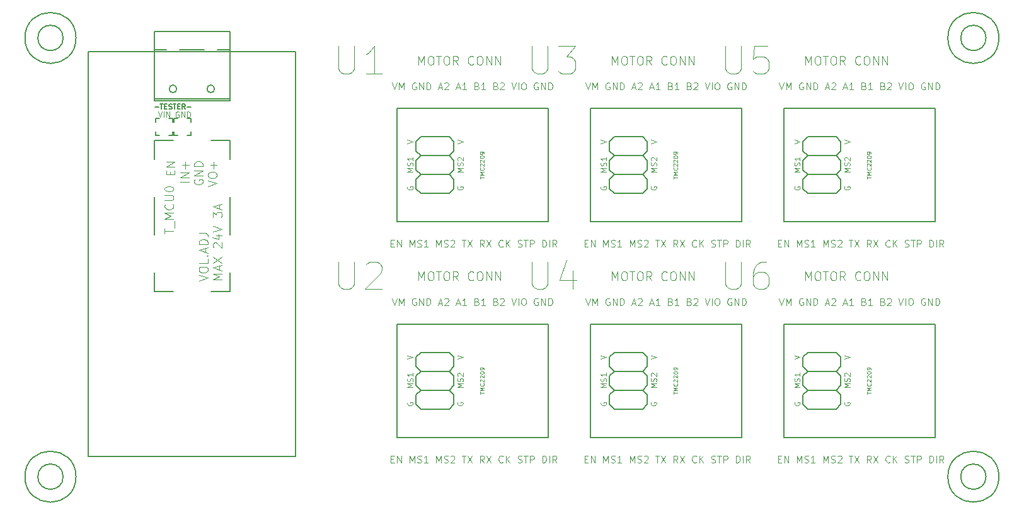
<source format=gbr>
%TF.GenerationSoftware,KiCad,Pcbnew,6.0.4-6f826c9f35~116~ubuntu20.04.1*%
%TF.CreationDate,2022-11-05T12:05:41+01:00*%
%TF.ProjectId,OST,4f53542e-6b69-4636-9164-5f7063625858,rev?*%
%TF.SameCoordinates,Original*%
%TF.FileFunction,Legend,Top*%
%TF.FilePolarity,Positive*%
%FSLAX46Y46*%
G04 Gerber Fmt 4.6, Leading zero omitted, Abs format (unit mm)*
G04 Created by KiCad (PCBNEW 6.0.4-6f826c9f35~116~ubuntu20.04.1) date 2022-11-05 12:05:41*
%MOMM*%
%LPD*%
G01*
G04 APERTURE LIST*
%ADD10C,0.081280*%
%ADD11C,0.101600*%
%ADD12C,0.065024*%
%ADD13C,0.146304*%
%ADD14C,0.093472*%
%ADD15C,0.048768*%
%ADD16C,0.127000*%
%ADD17C,0.203200*%
%ADD18C,0.152400*%
G04 APERTURE END LIST*
D10*
X132250736Y-103126834D02*
X132562309Y-103126834D01*
X132695840Y-103616449D02*
X132250736Y-103616449D01*
X132250736Y-102681729D01*
X132695840Y-102681729D01*
X133096435Y-103616449D02*
X133096435Y-102681729D01*
X133630560Y-103616449D01*
X133630560Y-102681729D01*
X134787833Y-103616449D02*
X134787833Y-102681729D01*
X135099406Y-103349386D01*
X135410980Y-102681729D01*
X135410980Y-103616449D01*
X135811574Y-103571939D02*
X135945105Y-103616449D01*
X136167658Y-103616449D01*
X136256679Y-103571939D01*
X136301189Y-103527428D01*
X136345700Y-103438407D01*
X136345700Y-103349386D01*
X136301189Y-103260365D01*
X136256679Y-103215855D01*
X136167658Y-103171344D01*
X135989616Y-103126834D01*
X135900595Y-103082323D01*
X135856084Y-103037813D01*
X135811574Y-102948792D01*
X135811574Y-102859771D01*
X135856084Y-102770750D01*
X135900595Y-102726240D01*
X135989616Y-102681729D01*
X136212168Y-102681729D01*
X136345700Y-102726240D01*
X137235909Y-103616449D02*
X136701783Y-103616449D01*
X136968846Y-103616449D02*
X136968846Y-102681729D01*
X136879825Y-102815260D01*
X136790804Y-102904281D01*
X136701783Y-102948792D01*
X138348671Y-103616449D02*
X138348671Y-102681729D01*
X138660244Y-103349386D01*
X138971818Y-102681729D01*
X138971818Y-103616449D01*
X139372412Y-103571939D02*
X139505943Y-103616449D01*
X139728496Y-103616449D01*
X139817517Y-103571939D01*
X139862027Y-103527428D01*
X139906538Y-103438407D01*
X139906538Y-103349386D01*
X139862027Y-103260365D01*
X139817517Y-103215855D01*
X139728496Y-103171344D01*
X139550454Y-103126834D01*
X139461433Y-103082323D01*
X139416922Y-103037813D01*
X139372412Y-102948792D01*
X139372412Y-102859771D01*
X139416922Y-102770750D01*
X139461433Y-102726240D01*
X139550454Y-102681729D01*
X139773006Y-102681729D01*
X139906538Y-102726240D01*
X140262621Y-102770750D02*
X140307132Y-102726240D01*
X140396153Y-102681729D01*
X140618705Y-102681729D01*
X140707726Y-102726240D01*
X140752237Y-102770750D01*
X140796747Y-102859771D01*
X140796747Y-102948792D01*
X140752237Y-103082323D01*
X140218111Y-103616449D01*
X140796747Y-103616449D01*
X141775978Y-102681729D02*
X142310103Y-102681729D01*
X142043040Y-103616449D02*
X142043040Y-102681729D01*
X142532656Y-102681729D02*
X143155802Y-103616449D01*
X143155802Y-102681729D02*
X142532656Y-103616449D01*
X144758180Y-103616449D02*
X144446606Y-103171344D01*
X144224054Y-103616449D02*
X144224054Y-102681729D01*
X144580138Y-102681729D01*
X144669159Y-102726240D01*
X144713669Y-102770750D01*
X144758180Y-102859771D01*
X144758180Y-102993302D01*
X144713669Y-103082323D01*
X144669159Y-103126834D01*
X144580138Y-103171344D01*
X144224054Y-103171344D01*
X145069753Y-102681729D02*
X145692900Y-103616449D01*
X145692900Y-102681729D02*
X145069753Y-103616449D01*
X147295277Y-103527428D02*
X147250766Y-103571939D01*
X147117235Y-103616449D01*
X147028214Y-103616449D01*
X146894682Y-103571939D01*
X146805661Y-103482918D01*
X146761151Y-103393897D01*
X146716640Y-103215855D01*
X146716640Y-103082323D01*
X146761151Y-102904281D01*
X146805661Y-102815260D01*
X146894682Y-102726240D01*
X147028214Y-102681729D01*
X147117235Y-102681729D01*
X147250766Y-102726240D01*
X147295277Y-102770750D01*
X147695871Y-103616449D02*
X147695871Y-102681729D01*
X148229997Y-103616449D02*
X147829402Y-103082323D01*
X148229997Y-102681729D02*
X147695871Y-103215855D01*
X149298248Y-103571939D02*
X149431780Y-103616449D01*
X149654332Y-103616449D01*
X149743353Y-103571939D01*
X149787863Y-103527428D01*
X149832374Y-103438407D01*
X149832374Y-103349386D01*
X149787863Y-103260365D01*
X149743353Y-103215855D01*
X149654332Y-103171344D01*
X149476290Y-103126834D01*
X149387269Y-103082323D01*
X149342759Y-103037813D01*
X149298248Y-102948792D01*
X149298248Y-102859771D01*
X149342759Y-102770750D01*
X149387269Y-102726240D01*
X149476290Y-102681729D01*
X149698842Y-102681729D01*
X149832374Y-102726240D01*
X150099437Y-102681729D02*
X150633562Y-102681729D01*
X150366500Y-103616449D02*
X150366500Y-102681729D01*
X150945136Y-103616449D02*
X150945136Y-102681729D01*
X151301220Y-102681729D01*
X151390240Y-102726240D01*
X151434751Y-102770750D01*
X151479261Y-102859771D01*
X151479261Y-102993302D01*
X151434751Y-103082323D01*
X151390240Y-103126834D01*
X151301220Y-103171344D01*
X150945136Y-103171344D01*
X152592023Y-103616449D02*
X152592023Y-102681729D01*
X152814576Y-102681729D01*
X152948107Y-102726240D01*
X153037128Y-102815260D01*
X153081639Y-102904281D01*
X153126149Y-103082323D01*
X153126149Y-103215855D01*
X153081639Y-103393897D01*
X153037128Y-103482918D01*
X152948107Y-103571939D01*
X152814576Y-103616449D01*
X152592023Y-103616449D01*
X153526743Y-103616449D02*
X153526743Y-102681729D01*
X154505974Y-103616449D02*
X154194400Y-103171344D01*
X153971848Y-103616449D02*
X153971848Y-102681729D01*
X154327932Y-102681729D01*
X154416953Y-102726240D01*
X154461463Y-102770750D01*
X154505974Y-102859771D01*
X154505974Y-102993302D01*
X154461463Y-103082323D01*
X154416953Y-103126834D01*
X154327932Y-103171344D01*
X153971848Y-103171344D01*
D11*
X135928928Y-79102961D02*
X135928928Y-77934561D01*
X136318395Y-78769133D01*
X136707861Y-77934561D01*
X136707861Y-79102961D01*
X137486795Y-77934561D02*
X137709347Y-77934561D01*
X137820623Y-77990200D01*
X137931900Y-78101476D01*
X137987538Y-78324028D01*
X137987538Y-78713495D01*
X137931900Y-78936047D01*
X137820623Y-79047323D01*
X137709347Y-79102961D01*
X137486795Y-79102961D01*
X137375519Y-79047323D01*
X137264242Y-78936047D01*
X137208604Y-78713495D01*
X137208604Y-78324028D01*
X137264242Y-78101476D01*
X137375519Y-77990200D01*
X137486795Y-77934561D01*
X138321366Y-77934561D02*
X138989023Y-77934561D01*
X138655195Y-79102961D02*
X138655195Y-77934561D01*
X139601042Y-77934561D02*
X139823595Y-77934561D01*
X139934871Y-77990200D01*
X140046147Y-78101476D01*
X140101785Y-78324028D01*
X140101785Y-78713495D01*
X140046147Y-78936047D01*
X139934871Y-79047323D01*
X139823595Y-79102961D01*
X139601042Y-79102961D01*
X139489766Y-79047323D01*
X139378490Y-78936047D01*
X139322852Y-78713495D01*
X139322852Y-78324028D01*
X139378490Y-78101476D01*
X139489766Y-77990200D01*
X139601042Y-77934561D01*
X141270185Y-79102961D02*
X140880719Y-78546580D01*
X140602528Y-79102961D02*
X140602528Y-77934561D01*
X141047633Y-77934561D01*
X141158909Y-77990200D01*
X141214547Y-78045838D01*
X141270185Y-78157114D01*
X141270185Y-78324028D01*
X141214547Y-78435304D01*
X141158909Y-78490942D01*
X141047633Y-78546580D01*
X140602528Y-78546580D01*
X143328795Y-78991685D02*
X143273157Y-79047323D01*
X143106242Y-79102961D01*
X142994966Y-79102961D01*
X142828052Y-79047323D01*
X142716776Y-78936047D01*
X142661138Y-78824771D01*
X142605500Y-78602219D01*
X142605500Y-78435304D01*
X142661138Y-78212752D01*
X142716776Y-78101476D01*
X142828052Y-77990200D01*
X142994966Y-77934561D01*
X143106242Y-77934561D01*
X143273157Y-77990200D01*
X143328795Y-78045838D01*
X144052090Y-77934561D02*
X144274642Y-77934561D01*
X144385919Y-77990200D01*
X144497195Y-78101476D01*
X144552833Y-78324028D01*
X144552833Y-78713495D01*
X144497195Y-78936047D01*
X144385919Y-79047323D01*
X144274642Y-79102961D01*
X144052090Y-79102961D01*
X143940814Y-79047323D01*
X143829538Y-78936047D01*
X143773900Y-78713495D01*
X143773900Y-78324028D01*
X143829538Y-78101476D01*
X143940814Y-77990200D01*
X144052090Y-77934561D01*
X145053576Y-79102961D02*
X145053576Y-77934561D01*
X145721233Y-79102961D01*
X145721233Y-77934561D01*
X146277614Y-79102961D02*
X146277614Y-77934561D01*
X146945271Y-79102961D01*
X146945271Y-77934561D01*
D12*
X103736365Y-85434512D02*
X103665149Y-85398903D01*
X103558324Y-85398903D01*
X103451498Y-85434512D01*
X103380282Y-85505728D01*
X103344673Y-85576945D01*
X103309065Y-85719379D01*
X103309065Y-85826204D01*
X103344673Y-85968637D01*
X103380282Y-86039854D01*
X103451498Y-86111071D01*
X103558324Y-86146679D01*
X103629540Y-86146679D01*
X103736365Y-86111071D01*
X103771974Y-86075462D01*
X103771974Y-85826204D01*
X103629540Y-85826204D01*
X104092449Y-86146679D02*
X104092449Y-85398903D01*
X104519750Y-86146679D01*
X104519750Y-85398903D01*
X104875834Y-86146679D02*
X104875834Y-85398903D01*
X105053876Y-85398903D01*
X105160701Y-85434512D01*
X105231917Y-85505728D01*
X105267526Y-85576945D01*
X105303134Y-85719379D01*
X105303134Y-85826204D01*
X105267526Y-85968637D01*
X105231917Y-86039854D01*
X105160701Y-86111071D01*
X105053876Y-86146679D01*
X104875834Y-86146679D01*
D13*
X100508150Y-84816206D02*
X101015956Y-84816206D01*
X101238122Y-84403614D02*
X101618976Y-84403614D01*
X101428549Y-85070110D02*
X101428549Y-84403614D01*
X101841142Y-84720993D02*
X102063307Y-84720993D01*
X102158521Y-85070110D02*
X101841142Y-85070110D01*
X101841142Y-84403614D01*
X102158521Y-84403614D01*
X102412424Y-85038372D02*
X102507638Y-85070110D01*
X102666327Y-85070110D01*
X102729803Y-85038372D01*
X102761541Y-85006634D01*
X102793279Y-84943158D01*
X102793279Y-84879682D01*
X102761541Y-84816206D01*
X102729803Y-84784468D01*
X102666327Y-84752731D01*
X102539376Y-84720993D01*
X102475900Y-84689255D01*
X102444162Y-84657517D01*
X102412424Y-84594041D01*
X102412424Y-84530565D01*
X102444162Y-84467089D01*
X102475900Y-84435352D01*
X102539376Y-84403614D01*
X102698065Y-84403614D01*
X102793279Y-84435352D01*
X102983706Y-84403614D02*
X103364561Y-84403614D01*
X103174134Y-85070110D02*
X103174134Y-84403614D01*
X103586727Y-84720993D02*
X103808892Y-84720993D01*
X103904106Y-85070110D02*
X103586727Y-85070110D01*
X103586727Y-84403614D01*
X103904106Y-84403614D01*
X104570602Y-85070110D02*
X104348436Y-84752731D01*
X104189747Y-85070110D02*
X104189747Y-84403614D01*
X104443650Y-84403614D01*
X104507126Y-84435352D01*
X104538864Y-84467089D01*
X104570602Y-84530565D01*
X104570602Y-84625779D01*
X104538864Y-84689255D01*
X104507126Y-84720993D01*
X104443650Y-84752731D01*
X104189747Y-84752731D01*
X104856243Y-84816206D02*
X105364049Y-84816206D01*
D12*
X100947107Y-85424303D02*
X101196365Y-86172079D01*
X101445624Y-85424303D01*
X101694883Y-86172079D02*
X101694883Y-85424303D01*
X102050967Y-86172079D02*
X102050967Y-85424303D01*
X102478267Y-86172079D01*
X102478267Y-85424303D01*
D10*
X132410054Y-81526729D02*
X132721627Y-82461449D01*
X133033200Y-81526729D01*
X133344774Y-82461449D02*
X133344774Y-81526729D01*
X133656347Y-82194386D01*
X133967920Y-81526729D01*
X133967920Y-82461449D01*
X135614808Y-81571240D02*
X135525787Y-81526729D01*
X135392256Y-81526729D01*
X135258724Y-81571240D01*
X135169703Y-81660260D01*
X135125193Y-81749281D01*
X135080682Y-81927323D01*
X135080682Y-82060855D01*
X135125193Y-82238897D01*
X135169703Y-82327918D01*
X135258724Y-82416939D01*
X135392256Y-82461449D01*
X135481277Y-82461449D01*
X135614808Y-82416939D01*
X135659319Y-82372428D01*
X135659319Y-82060855D01*
X135481277Y-82060855D01*
X136059913Y-82461449D02*
X136059913Y-81526729D01*
X136594039Y-82461449D01*
X136594039Y-81526729D01*
X137039143Y-82461449D02*
X137039143Y-81526729D01*
X137261696Y-81526729D01*
X137395227Y-81571240D01*
X137484248Y-81660260D01*
X137528759Y-81749281D01*
X137573269Y-81927323D01*
X137573269Y-82060855D01*
X137528759Y-82238897D01*
X137484248Y-82327918D01*
X137395227Y-82416939D01*
X137261696Y-82461449D01*
X137039143Y-82461449D01*
X138641520Y-82194386D02*
X139086625Y-82194386D01*
X138552500Y-82461449D02*
X138864073Y-81526729D01*
X139175646Y-82461449D01*
X139442709Y-81615750D02*
X139487220Y-81571240D01*
X139576240Y-81526729D01*
X139798793Y-81526729D01*
X139887814Y-81571240D01*
X139932324Y-81615750D01*
X139976835Y-81704771D01*
X139976835Y-81793792D01*
X139932324Y-81927323D01*
X139398199Y-82461449D01*
X139976835Y-82461449D01*
X141045086Y-82194386D02*
X141490191Y-82194386D01*
X140956065Y-82461449D02*
X141267639Y-81526729D01*
X141579212Y-82461449D01*
X142380400Y-82461449D02*
X141846275Y-82461449D01*
X142113338Y-82461449D02*
X142113338Y-81526729D01*
X142024317Y-81660260D01*
X141935296Y-81749281D01*
X141846275Y-81793792D01*
X143804736Y-81971834D02*
X143938267Y-82016344D01*
X143982778Y-82060855D01*
X144027288Y-82149876D01*
X144027288Y-82283407D01*
X143982778Y-82372428D01*
X143938267Y-82416939D01*
X143849246Y-82461449D01*
X143493162Y-82461449D01*
X143493162Y-81526729D01*
X143804736Y-81526729D01*
X143893757Y-81571240D01*
X143938267Y-81615750D01*
X143982778Y-81704771D01*
X143982778Y-81793792D01*
X143938267Y-81882813D01*
X143893757Y-81927323D01*
X143804736Y-81971834D01*
X143493162Y-81971834D01*
X144917498Y-82461449D02*
X144383372Y-82461449D01*
X144650435Y-82461449D02*
X144650435Y-81526729D01*
X144561414Y-81660260D01*
X144472393Y-81749281D01*
X144383372Y-81793792D01*
X146341833Y-81971834D02*
X146475364Y-82016344D01*
X146519875Y-82060855D01*
X146564385Y-82149876D01*
X146564385Y-82283407D01*
X146519875Y-82372428D01*
X146475364Y-82416939D01*
X146386343Y-82461449D01*
X146030260Y-82461449D01*
X146030260Y-81526729D01*
X146341833Y-81526729D01*
X146430854Y-81571240D01*
X146475364Y-81615750D01*
X146519875Y-81704771D01*
X146519875Y-81793792D01*
X146475364Y-81882813D01*
X146430854Y-81927323D01*
X146341833Y-81971834D01*
X146030260Y-81971834D01*
X146920469Y-81615750D02*
X146964980Y-81571240D01*
X147054000Y-81526729D01*
X147276553Y-81526729D01*
X147365574Y-81571240D01*
X147410084Y-81615750D01*
X147454595Y-81704771D01*
X147454595Y-81793792D01*
X147410084Y-81927323D01*
X146875959Y-82461449D01*
X147454595Y-82461449D01*
X148433825Y-81526729D02*
X148745399Y-82461449D01*
X149056972Y-81526729D01*
X149368545Y-82461449D02*
X149368545Y-81526729D01*
X149991692Y-81526729D02*
X150169734Y-81526729D01*
X150258755Y-81571240D01*
X150347776Y-81660260D01*
X150392286Y-81838302D01*
X150392286Y-82149876D01*
X150347776Y-82327918D01*
X150258755Y-82416939D01*
X150169734Y-82461449D01*
X149991692Y-82461449D01*
X149902671Y-82416939D01*
X149813650Y-82327918D01*
X149769140Y-82149876D01*
X149769140Y-81838302D01*
X149813650Y-81660260D01*
X149902671Y-81571240D01*
X149991692Y-81526729D01*
X151994663Y-81571240D02*
X151905642Y-81526729D01*
X151772111Y-81526729D01*
X151638580Y-81571240D01*
X151549559Y-81660260D01*
X151505048Y-81749281D01*
X151460538Y-81927323D01*
X151460538Y-82060855D01*
X151505048Y-82238897D01*
X151549559Y-82327918D01*
X151638580Y-82416939D01*
X151772111Y-82461449D01*
X151861132Y-82461449D01*
X151994663Y-82416939D01*
X152039174Y-82372428D01*
X152039174Y-82060855D01*
X151861132Y-82060855D01*
X152439768Y-82461449D02*
X152439768Y-81526729D01*
X152973894Y-82461449D01*
X152973894Y-81526729D01*
X153418999Y-82461449D02*
X153418999Y-81526729D01*
X153641551Y-81526729D01*
X153775082Y-81571240D01*
X153864103Y-81660260D01*
X153908614Y-81749281D01*
X153953124Y-81927323D01*
X153953124Y-82060855D01*
X153908614Y-82238897D01*
X153864103Y-82327918D01*
X153775082Y-82416939D01*
X153641551Y-82461449D01*
X153418999Y-82461449D01*
X132250736Y-132126834D02*
X132562309Y-132126834D01*
X132695840Y-132616449D02*
X132250736Y-132616449D01*
X132250736Y-131681729D01*
X132695840Y-131681729D01*
X133096435Y-132616449D02*
X133096435Y-131681729D01*
X133630560Y-132616449D01*
X133630560Y-131681729D01*
X134787833Y-132616449D02*
X134787833Y-131681729D01*
X135099406Y-132349386D01*
X135410980Y-131681729D01*
X135410980Y-132616449D01*
X135811574Y-132571939D02*
X135945105Y-132616449D01*
X136167658Y-132616449D01*
X136256679Y-132571939D01*
X136301189Y-132527428D01*
X136345700Y-132438407D01*
X136345700Y-132349386D01*
X136301189Y-132260365D01*
X136256679Y-132215855D01*
X136167658Y-132171344D01*
X135989616Y-132126834D01*
X135900595Y-132082323D01*
X135856084Y-132037813D01*
X135811574Y-131948792D01*
X135811574Y-131859771D01*
X135856084Y-131770750D01*
X135900595Y-131726240D01*
X135989616Y-131681729D01*
X136212168Y-131681729D01*
X136345700Y-131726240D01*
X137235909Y-132616449D02*
X136701783Y-132616449D01*
X136968846Y-132616449D02*
X136968846Y-131681729D01*
X136879825Y-131815260D01*
X136790804Y-131904281D01*
X136701783Y-131948792D01*
X138348671Y-132616449D02*
X138348671Y-131681729D01*
X138660244Y-132349386D01*
X138971818Y-131681729D01*
X138971818Y-132616449D01*
X139372412Y-132571939D02*
X139505943Y-132616449D01*
X139728496Y-132616449D01*
X139817517Y-132571939D01*
X139862027Y-132527428D01*
X139906538Y-132438407D01*
X139906538Y-132349386D01*
X139862027Y-132260365D01*
X139817517Y-132215855D01*
X139728496Y-132171344D01*
X139550454Y-132126834D01*
X139461433Y-132082323D01*
X139416922Y-132037813D01*
X139372412Y-131948792D01*
X139372412Y-131859771D01*
X139416922Y-131770750D01*
X139461433Y-131726240D01*
X139550454Y-131681729D01*
X139773006Y-131681729D01*
X139906538Y-131726240D01*
X140262621Y-131770750D02*
X140307132Y-131726240D01*
X140396153Y-131681729D01*
X140618705Y-131681729D01*
X140707726Y-131726240D01*
X140752237Y-131770750D01*
X140796747Y-131859771D01*
X140796747Y-131948792D01*
X140752237Y-132082323D01*
X140218111Y-132616449D01*
X140796747Y-132616449D01*
X141775978Y-131681729D02*
X142310103Y-131681729D01*
X142043040Y-132616449D02*
X142043040Y-131681729D01*
X142532656Y-131681729D02*
X143155802Y-132616449D01*
X143155802Y-131681729D02*
X142532656Y-132616449D01*
X144758180Y-132616449D02*
X144446606Y-132171344D01*
X144224054Y-132616449D02*
X144224054Y-131681729D01*
X144580138Y-131681729D01*
X144669159Y-131726240D01*
X144713669Y-131770750D01*
X144758180Y-131859771D01*
X144758180Y-131993302D01*
X144713669Y-132082323D01*
X144669159Y-132126834D01*
X144580138Y-132171344D01*
X144224054Y-132171344D01*
X145069753Y-131681729D02*
X145692900Y-132616449D01*
X145692900Y-131681729D02*
X145069753Y-132616449D01*
X147295277Y-132527428D02*
X147250766Y-132571939D01*
X147117235Y-132616449D01*
X147028214Y-132616449D01*
X146894682Y-132571939D01*
X146805661Y-132482918D01*
X146761151Y-132393897D01*
X146716640Y-132215855D01*
X146716640Y-132082323D01*
X146761151Y-131904281D01*
X146805661Y-131815260D01*
X146894682Y-131726240D01*
X147028214Y-131681729D01*
X147117235Y-131681729D01*
X147250766Y-131726240D01*
X147295277Y-131770750D01*
X147695871Y-132616449D02*
X147695871Y-131681729D01*
X148229997Y-132616449D02*
X147829402Y-132082323D01*
X148229997Y-131681729D02*
X147695871Y-132215855D01*
X149298248Y-132571939D02*
X149431780Y-132616449D01*
X149654332Y-132616449D01*
X149743353Y-132571939D01*
X149787863Y-132527428D01*
X149832374Y-132438407D01*
X149832374Y-132349386D01*
X149787863Y-132260365D01*
X149743353Y-132215855D01*
X149654332Y-132171344D01*
X149476290Y-132126834D01*
X149387269Y-132082323D01*
X149342759Y-132037813D01*
X149298248Y-131948792D01*
X149298248Y-131859771D01*
X149342759Y-131770750D01*
X149387269Y-131726240D01*
X149476290Y-131681729D01*
X149698842Y-131681729D01*
X149832374Y-131726240D01*
X150099437Y-131681729D02*
X150633562Y-131681729D01*
X150366500Y-132616449D02*
X150366500Y-131681729D01*
X150945136Y-132616449D02*
X150945136Y-131681729D01*
X151301220Y-131681729D01*
X151390240Y-131726240D01*
X151434751Y-131770750D01*
X151479261Y-131859771D01*
X151479261Y-131993302D01*
X151434751Y-132082323D01*
X151390240Y-132126834D01*
X151301220Y-132171344D01*
X150945136Y-132171344D01*
X152592023Y-132616449D02*
X152592023Y-131681729D01*
X152814576Y-131681729D01*
X152948107Y-131726240D01*
X153037128Y-131815260D01*
X153081639Y-131904281D01*
X153126149Y-132082323D01*
X153126149Y-132215855D01*
X153081639Y-132393897D01*
X153037128Y-132482918D01*
X152948107Y-132571939D01*
X152814576Y-132616449D01*
X152592023Y-132616449D01*
X153526743Y-132616449D02*
X153526743Y-131681729D01*
X154505974Y-132616449D02*
X154194400Y-132171344D01*
X153971848Y-132616449D02*
X153971848Y-131681729D01*
X154327932Y-131681729D01*
X154416953Y-131726240D01*
X154461463Y-131770750D01*
X154505974Y-131859771D01*
X154505974Y-131993302D01*
X154461463Y-132082323D01*
X154416953Y-132126834D01*
X154327932Y-132171344D01*
X153971848Y-132171344D01*
D11*
X135928928Y-108102961D02*
X135928928Y-106934561D01*
X136318395Y-107769133D01*
X136707861Y-106934561D01*
X136707861Y-108102961D01*
X137486795Y-106934561D02*
X137709347Y-106934561D01*
X137820623Y-106990200D01*
X137931900Y-107101476D01*
X137987538Y-107324028D01*
X137987538Y-107713495D01*
X137931900Y-107936047D01*
X137820623Y-108047323D01*
X137709347Y-108102961D01*
X137486795Y-108102961D01*
X137375519Y-108047323D01*
X137264242Y-107936047D01*
X137208604Y-107713495D01*
X137208604Y-107324028D01*
X137264242Y-107101476D01*
X137375519Y-106990200D01*
X137486795Y-106934561D01*
X138321366Y-106934561D02*
X138989023Y-106934561D01*
X138655195Y-108102961D02*
X138655195Y-106934561D01*
X139601042Y-106934561D02*
X139823595Y-106934561D01*
X139934871Y-106990200D01*
X140046147Y-107101476D01*
X140101785Y-107324028D01*
X140101785Y-107713495D01*
X140046147Y-107936047D01*
X139934871Y-108047323D01*
X139823595Y-108102961D01*
X139601042Y-108102961D01*
X139489766Y-108047323D01*
X139378490Y-107936047D01*
X139322852Y-107713495D01*
X139322852Y-107324028D01*
X139378490Y-107101476D01*
X139489766Y-106990200D01*
X139601042Y-106934561D01*
X141270185Y-108102961D02*
X140880719Y-107546580D01*
X140602528Y-108102961D02*
X140602528Y-106934561D01*
X141047633Y-106934561D01*
X141158909Y-106990200D01*
X141214547Y-107045838D01*
X141270185Y-107157114D01*
X141270185Y-107324028D01*
X141214547Y-107435304D01*
X141158909Y-107490942D01*
X141047633Y-107546580D01*
X140602528Y-107546580D01*
X143328795Y-107991685D02*
X143273157Y-108047323D01*
X143106242Y-108102961D01*
X142994966Y-108102961D01*
X142828052Y-108047323D01*
X142716776Y-107936047D01*
X142661138Y-107824771D01*
X142605500Y-107602219D01*
X142605500Y-107435304D01*
X142661138Y-107212752D01*
X142716776Y-107101476D01*
X142828052Y-106990200D01*
X142994966Y-106934561D01*
X143106242Y-106934561D01*
X143273157Y-106990200D01*
X143328795Y-107045838D01*
X144052090Y-106934561D02*
X144274642Y-106934561D01*
X144385919Y-106990200D01*
X144497195Y-107101476D01*
X144552833Y-107324028D01*
X144552833Y-107713495D01*
X144497195Y-107936047D01*
X144385919Y-108047323D01*
X144274642Y-108102961D01*
X144052090Y-108102961D01*
X143940814Y-108047323D01*
X143829538Y-107936047D01*
X143773900Y-107713495D01*
X143773900Y-107324028D01*
X143829538Y-107101476D01*
X143940814Y-106990200D01*
X144052090Y-106934561D01*
X145053576Y-108102961D02*
X145053576Y-106934561D01*
X145721233Y-108102961D01*
X145721233Y-106934561D01*
X146277614Y-108102961D02*
X146277614Y-106934561D01*
X146945271Y-108102961D01*
X146945271Y-106934561D01*
D10*
X132410054Y-110526729D02*
X132721627Y-111461449D01*
X133033200Y-110526729D01*
X133344774Y-111461449D02*
X133344774Y-110526729D01*
X133656347Y-111194386D01*
X133967920Y-110526729D01*
X133967920Y-111461449D01*
X135614808Y-110571240D02*
X135525787Y-110526729D01*
X135392256Y-110526729D01*
X135258724Y-110571240D01*
X135169703Y-110660260D01*
X135125193Y-110749281D01*
X135080682Y-110927323D01*
X135080682Y-111060855D01*
X135125193Y-111238897D01*
X135169703Y-111327918D01*
X135258724Y-111416939D01*
X135392256Y-111461449D01*
X135481277Y-111461449D01*
X135614808Y-111416939D01*
X135659319Y-111372428D01*
X135659319Y-111060855D01*
X135481277Y-111060855D01*
X136059913Y-111461449D02*
X136059913Y-110526729D01*
X136594039Y-111461449D01*
X136594039Y-110526729D01*
X137039143Y-111461449D02*
X137039143Y-110526729D01*
X137261696Y-110526729D01*
X137395227Y-110571240D01*
X137484248Y-110660260D01*
X137528759Y-110749281D01*
X137573269Y-110927323D01*
X137573269Y-111060855D01*
X137528759Y-111238897D01*
X137484248Y-111327918D01*
X137395227Y-111416939D01*
X137261696Y-111461449D01*
X137039143Y-111461449D01*
X138641520Y-111194386D02*
X139086625Y-111194386D01*
X138552500Y-111461449D02*
X138864073Y-110526729D01*
X139175646Y-111461449D01*
X139442709Y-110615750D02*
X139487220Y-110571240D01*
X139576240Y-110526729D01*
X139798793Y-110526729D01*
X139887814Y-110571240D01*
X139932324Y-110615750D01*
X139976835Y-110704771D01*
X139976835Y-110793792D01*
X139932324Y-110927323D01*
X139398199Y-111461449D01*
X139976835Y-111461449D01*
X141045086Y-111194386D02*
X141490191Y-111194386D01*
X140956065Y-111461449D02*
X141267639Y-110526729D01*
X141579212Y-111461449D01*
X142380400Y-111461449D02*
X141846275Y-111461449D01*
X142113338Y-111461449D02*
X142113338Y-110526729D01*
X142024317Y-110660260D01*
X141935296Y-110749281D01*
X141846275Y-110793792D01*
X143804736Y-110971834D02*
X143938267Y-111016344D01*
X143982778Y-111060855D01*
X144027288Y-111149876D01*
X144027288Y-111283407D01*
X143982778Y-111372428D01*
X143938267Y-111416939D01*
X143849246Y-111461449D01*
X143493162Y-111461449D01*
X143493162Y-110526729D01*
X143804736Y-110526729D01*
X143893757Y-110571240D01*
X143938267Y-110615750D01*
X143982778Y-110704771D01*
X143982778Y-110793792D01*
X143938267Y-110882813D01*
X143893757Y-110927323D01*
X143804736Y-110971834D01*
X143493162Y-110971834D01*
X144917498Y-111461449D02*
X144383372Y-111461449D01*
X144650435Y-111461449D02*
X144650435Y-110526729D01*
X144561414Y-110660260D01*
X144472393Y-110749281D01*
X144383372Y-110793792D01*
X146341833Y-110971834D02*
X146475364Y-111016344D01*
X146519875Y-111060855D01*
X146564385Y-111149876D01*
X146564385Y-111283407D01*
X146519875Y-111372428D01*
X146475364Y-111416939D01*
X146386343Y-111461449D01*
X146030260Y-111461449D01*
X146030260Y-110526729D01*
X146341833Y-110526729D01*
X146430854Y-110571240D01*
X146475364Y-110615750D01*
X146519875Y-110704771D01*
X146519875Y-110793792D01*
X146475364Y-110882813D01*
X146430854Y-110927323D01*
X146341833Y-110971834D01*
X146030260Y-110971834D01*
X146920469Y-110615750D02*
X146964980Y-110571240D01*
X147054000Y-110526729D01*
X147276553Y-110526729D01*
X147365574Y-110571240D01*
X147410084Y-110615750D01*
X147454595Y-110704771D01*
X147454595Y-110793792D01*
X147410084Y-110927323D01*
X146875959Y-111461449D01*
X147454595Y-111461449D01*
X148433825Y-110526729D02*
X148745399Y-111461449D01*
X149056972Y-110526729D01*
X149368545Y-111461449D02*
X149368545Y-110526729D01*
X149991692Y-110526729D02*
X150169734Y-110526729D01*
X150258755Y-110571240D01*
X150347776Y-110660260D01*
X150392286Y-110838302D01*
X150392286Y-111149876D01*
X150347776Y-111327918D01*
X150258755Y-111416939D01*
X150169734Y-111461449D01*
X149991692Y-111461449D01*
X149902671Y-111416939D01*
X149813650Y-111327918D01*
X149769140Y-111149876D01*
X149769140Y-110838302D01*
X149813650Y-110660260D01*
X149902671Y-110571240D01*
X149991692Y-110526729D01*
X151994663Y-110571240D02*
X151905642Y-110526729D01*
X151772111Y-110526729D01*
X151638580Y-110571240D01*
X151549559Y-110660260D01*
X151505048Y-110749281D01*
X151460538Y-110927323D01*
X151460538Y-111060855D01*
X151505048Y-111238897D01*
X151549559Y-111327918D01*
X151638580Y-111416939D01*
X151772111Y-111461449D01*
X151861132Y-111461449D01*
X151994663Y-111416939D01*
X152039174Y-111372428D01*
X152039174Y-111060855D01*
X151861132Y-111060855D01*
X152439768Y-111461449D02*
X152439768Y-110526729D01*
X152973894Y-111461449D01*
X152973894Y-110526729D01*
X153418999Y-111461449D02*
X153418999Y-110526729D01*
X153641551Y-110526729D01*
X153775082Y-110571240D01*
X153864103Y-110660260D01*
X153908614Y-110749281D01*
X153953124Y-110927323D01*
X153953124Y-111060855D01*
X153908614Y-111238897D01*
X153864103Y-111327918D01*
X153775082Y-111416939D01*
X153641551Y-111461449D01*
X153418999Y-111461449D01*
X158250736Y-103126834D02*
X158562309Y-103126834D01*
X158695840Y-103616449D02*
X158250736Y-103616449D01*
X158250736Y-102681729D01*
X158695840Y-102681729D01*
X159096435Y-103616449D02*
X159096435Y-102681729D01*
X159630560Y-103616449D01*
X159630560Y-102681729D01*
X160787833Y-103616449D02*
X160787833Y-102681729D01*
X161099406Y-103349386D01*
X161410980Y-102681729D01*
X161410980Y-103616449D01*
X161811574Y-103571939D02*
X161945105Y-103616449D01*
X162167658Y-103616449D01*
X162256679Y-103571939D01*
X162301189Y-103527428D01*
X162345700Y-103438407D01*
X162345700Y-103349386D01*
X162301189Y-103260365D01*
X162256679Y-103215855D01*
X162167658Y-103171344D01*
X161989616Y-103126834D01*
X161900595Y-103082323D01*
X161856084Y-103037813D01*
X161811574Y-102948792D01*
X161811574Y-102859771D01*
X161856084Y-102770750D01*
X161900595Y-102726240D01*
X161989616Y-102681729D01*
X162212168Y-102681729D01*
X162345700Y-102726240D01*
X163235909Y-103616449D02*
X162701783Y-103616449D01*
X162968846Y-103616449D02*
X162968846Y-102681729D01*
X162879825Y-102815260D01*
X162790804Y-102904281D01*
X162701783Y-102948792D01*
X164348671Y-103616449D02*
X164348671Y-102681729D01*
X164660244Y-103349386D01*
X164971818Y-102681729D01*
X164971818Y-103616449D01*
X165372412Y-103571939D02*
X165505943Y-103616449D01*
X165728496Y-103616449D01*
X165817517Y-103571939D01*
X165862027Y-103527428D01*
X165906538Y-103438407D01*
X165906538Y-103349386D01*
X165862027Y-103260365D01*
X165817517Y-103215855D01*
X165728496Y-103171344D01*
X165550454Y-103126834D01*
X165461433Y-103082323D01*
X165416922Y-103037813D01*
X165372412Y-102948792D01*
X165372412Y-102859771D01*
X165416922Y-102770750D01*
X165461433Y-102726240D01*
X165550454Y-102681729D01*
X165773006Y-102681729D01*
X165906538Y-102726240D01*
X166262621Y-102770750D02*
X166307132Y-102726240D01*
X166396153Y-102681729D01*
X166618705Y-102681729D01*
X166707726Y-102726240D01*
X166752237Y-102770750D01*
X166796747Y-102859771D01*
X166796747Y-102948792D01*
X166752237Y-103082323D01*
X166218111Y-103616449D01*
X166796747Y-103616449D01*
X167775978Y-102681729D02*
X168310103Y-102681729D01*
X168043040Y-103616449D02*
X168043040Y-102681729D01*
X168532656Y-102681729D02*
X169155802Y-103616449D01*
X169155802Y-102681729D02*
X168532656Y-103616449D01*
X170758180Y-103616449D02*
X170446606Y-103171344D01*
X170224054Y-103616449D02*
X170224054Y-102681729D01*
X170580138Y-102681729D01*
X170669159Y-102726240D01*
X170713669Y-102770750D01*
X170758180Y-102859771D01*
X170758180Y-102993302D01*
X170713669Y-103082323D01*
X170669159Y-103126834D01*
X170580138Y-103171344D01*
X170224054Y-103171344D01*
X171069753Y-102681729D02*
X171692900Y-103616449D01*
X171692900Y-102681729D02*
X171069753Y-103616449D01*
X173295277Y-103527428D02*
X173250766Y-103571939D01*
X173117235Y-103616449D01*
X173028214Y-103616449D01*
X172894682Y-103571939D01*
X172805661Y-103482918D01*
X172761151Y-103393897D01*
X172716640Y-103215855D01*
X172716640Y-103082323D01*
X172761151Y-102904281D01*
X172805661Y-102815260D01*
X172894682Y-102726240D01*
X173028214Y-102681729D01*
X173117235Y-102681729D01*
X173250766Y-102726240D01*
X173295277Y-102770750D01*
X173695871Y-103616449D02*
X173695871Y-102681729D01*
X174229997Y-103616449D02*
X173829402Y-103082323D01*
X174229997Y-102681729D02*
X173695871Y-103215855D01*
X175298248Y-103571939D02*
X175431780Y-103616449D01*
X175654332Y-103616449D01*
X175743353Y-103571939D01*
X175787863Y-103527428D01*
X175832374Y-103438407D01*
X175832374Y-103349386D01*
X175787863Y-103260365D01*
X175743353Y-103215855D01*
X175654332Y-103171344D01*
X175476290Y-103126834D01*
X175387269Y-103082323D01*
X175342759Y-103037813D01*
X175298248Y-102948792D01*
X175298248Y-102859771D01*
X175342759Y-102770750D01*
X175387269Y-102726240D01*
X175476290Y-102681729D01*
X175698842Y-102681729D01*
X175832374Y-102726240D01*
X176099437Y-102681729D02*
X176633562Y-102681729D01*
X176366500Y-103616449D02*
X176366500Y-102681729D01*
X176945136Y-103616449D02*
X176945136Y-102681729D01*
X177301220Y-102681729D01*
X177390240Y-102726240D01*
X177434751Y-102770750D01*
X177479261Y-102859771D01*
X177479261Y-102993302D01*
X177434751Y-103082323D01*
X177390240Y-103126834D01*
X177301220Y-103171344D01*
X176945136Y-103171344D01*
X178592023Y-103616449D02*
X178592023Y-102681729D01*
X178814576Y-102681729D01*
X178948107Y-102726240D01*
X179037128Y-102815260D01*
X179081639Y-102904281D01*
X179126149Y-103082323D01*
X179126149Y-103215855D01*
X179081639Y-103393897D01*
X179037128Y-103482918D01*
X178948107Y-103571939D01*
X178814576Y-103616449D01*
X178592023Y-103616449D01*
X179526743Y-103616449D02*
X179526743Y-102681729D01*
X180505974Y-103616449D02*
X180194400Y-103171344D01*
X179971848Y-103616449D02*
X179971848Y-102681729D01*
X180327932Y-102681729D01*
X180416953Y-102726240D01*
X180461463Y-102770750D01*
X180505974Y-102859771D01*
X180505974Y-102993302D01*
X180461463Y-103082323D01*
X180416953Y-103126834D01*
X180327932Y-103171344D01*
X179971848Y-103171344D01*
D11*
X161928928Y-79102961D02*
X161928928Y-77934561D01*
X162318395Y-78769133D01*
X162707861Y-77934561D01*
X162707861Y-79102961D01*
X163486795Y-77934561D02*
X163709347Y-77934561D01*
X163820623Y-77990200D01*
X163931900Y-78101476D01*
X163987538Y-78324028D01*
X163987538Y-78713495D01*
X163931900Y-78936047D01*
X163820623Y-79047323D01*
X163709347Y-79102961D01*
X163486795Y-79102961D01*
X163375519Y-79047323D01*
X163264242Y-78936047D01*
X163208604Y-78713495D01*
X163208604Y-78324028D01*
X163264242Y-78101476D01*
X163375519Y-77990200D01*
X163486795Y-77934561D01*
X164321366Y-77934561D02*
X164989023Y-77934561D01*
X164655195Y-79102961D02*
X164655195Y-77934561D01*
X165601042Y-77934561D02*
X165823595Y-77934561D01*
X165934871Y-77990200D01*
X166046147Y-78101476D01*
X166101785Y-78324028D01*
X166101785Y-78713495D01*
X166046147Y-78936047D01*
X165934871Y-79047323D01*
X165823595Y-79102961D01*
X165601042Y-79102961D01*
X165489766Y-79047323D01*
X165378490Y-78936047D01*
X165322852Y-78713495D01*
X165322852Y-78324028D01*
X165378490Y-78101476D01*
X165489766Y-77990200D01*
X165601042Y-77934561D01*
X167270185Y-79102961D02*
X166880719Y-78546580D01*
X166602528Y-79102961D02*
X166602528Y-77934561D01*
X167047633Y-77934561D01*
X167158909Y-77990200D01*
X167214547Y-78045838D01*
X167270185Y-78157114D01*
X167270185Y-78324028D01*
X167214547Y-78435304D01*
X167158909Y-78490942D01*
X167047633Y-78546580D01*
X166602528Y-78546580D01*
X169328795Y-78991685D02*
X169273157Y-79047323D01*
X169106242Y-79102961D01*
X168994966Y-79102961D01*
X168828052Y-79047323D01*
X168716776Y-78936047D01*
X168661138Y-78824771D01*
X168605500Y-78602219D01*
X168605500Y-78435304D01*
X168661138Y-78212752D01*
X168716776Y-78101476D01*
X168828052Y-77990200D01*
X168994966Y-77934561D01*
X169106242Y-77934561D01*
X169273157Y-77990200D01*
X169328795Y-78045838D01*
X170052090Y-77934561D02*
X170274642Y-77934561D01*
X170385919Y-77990200D01*
X170497195Y-78101476D01*
X170552833Y-78324028D01*
X170552833Y-78713495D01*
X170497195Y-78936047D01*
X170385919Y-79047323D01*
X170274642Y-79102961D01*
X170052090Y-79102961D01*
X169940814Y-79047323D01*
X169829538Y-78936047D01*
X169773900Y-78713495D01*
X169773900Y-78324028D01*
X169829538Y-78101476D01*
X169940814Y-77990200D01*
X170052090Y-77934561D01*
X171053576Y-79102961D02*
X171053576Y-77934561D01*
X171721233Y-79102961D01*
X171721233Y-77934561D01*
X172277614Y-79102961D02*
X172277614Y-77934561D01*
X172945271Y-79102961D01*
X172945271Y-77934561D01*
D10*
X158410054Y-81526729D02*
X158721627Y-82461449D01*
X159033200Y-81526729D01*
X159344774Y-82461449D02*
X159344774Y-81526729D01*
X159656347Y-82194386D01*
X159967920Y-81526729D01*
X159967920Y-82461449D01*
X161614808Y-81571240D02*
X161525787Y-81526729D01*
X161392256Y-81526729D01*
X161258724Y-81571240D01*
X161169703Y-81660260D01*
X161125193Y-81749281D01*
X161080682Y-81927323D01*
X161080682Y-82060855D01*
X161125193Y-82238897D01*
X161169703Y-82327918D01*
X161258724Y-82416939D01*
X161392256Y-82461449D01*
X161481277Y-82461449D01*
X161614808Y-82416939D01*
X161659319Y-82372428D01*
X161659319Y-82060855D01*
X161481277Y-82060855D01*
X162059913Y-82461449D02*
X162059913Y-81526729D01*
X162594039Y-82461449D01*
X162594039Y-81526729D01*
X163039143Y-82461449D02*
X163039143Y-81526729D01*
X163261696Y-81526729D01*
X163395227Y-81571240D01*
X163484248Y-81660260D01*
X163528759Y-81749281D01*
X163573269Y-81927323D01*
X163573269Y-82060855D01*
X163528759Y-82238897D01*
X163484248Y-82327918D01*
X163395227Y-82416939D01*
X163261696Y-82461449D01*
X163039143Y-82461449D01*
X164641520Y-82194386D02*
X165086625Y-82194386D01*
X164552500Y-82461449D02*
X164864073Y-81526729D01*
X165175646Y-82461449D01*
X165442709Y-81615750D02*
X165487220Y-81571240D01*
X165576240Y-81526729D01*
X165798793Y-81526729D01*
X165887814Y-81571240D01*
X165932324Y-81615750D01*
X165976835Y-81704771D01*
X165976835Y-81793792D01*
X165932324Y-81927323D01*
X165398199Y-82461449D01*
X165976835Y-82461449D01*
X167045086Y-82194386D02*
X167490191Y-82194386D01*
X166956065Y-82461449D02*
X167267639Y-81526729D01*
X167579212Y-82461449D01*
X168380400Y-82461449D02*
X167846275Y-82461449D01*
X168113338Y-82461449D02*
X168113338Y-81526729D01*
X168024317Y-81660260D01*
X167935296Y-81749281D01*
X167846275Y-81793792D01*
X169804736Y-81971834D02*
X169938267Y-82016344D01*
X169982778Y-82060855D01*
X170027288Y-82149876D01*
X170027288Y-82283407D01*
X169982778Y-82372428D01*
X169938267Y-82416939D01*
X169849246Y-82461449D01*
X169493162Y-82461449D01*
X169493162Y-81526729D01*
X169804736Y-81526729D01*
X169893757Y-81571240D01*
X169938267Y-81615750D01*
X169982778Y-81704771D01*
X169982778Y-81793792D01*
X169938267Y-81882813D01*
X169893757Y-81927323D01*
X169804736Y-81971834D01*
X169493162Y-81971834D01*
X170917498Y-82461449D02*
X170383372Y-82461449D01*
X170650435Y-82461449D02*
X170650435Y-81526729D01*
X170561414Y-81660260D01*
X170472393Y-81749281D01*
X170383372Y-81793792D01*
X172341833Y-81971834D02*
X172475364Y-82016344D01*
X172519875Y-82060855D01*
X172564385Y-82149876D01*
X172564385Y-82283407D01*
X172519875Y-82372428D01*
X172475364Y-82416939D01*
X172386343Y-82461449D01*
X172030260Y-82461449D01*
X172030260Y-81526729D01*
X172341833Y-81526729D01*
X172430854Y-81571240D01*
X172475364Y-81615750D01*
X172519875Y-81704771D01*
X172519875Y-81793792D01*
X172475364Y-81882813D01*
X172430854Y-81927323D01*
X172341833Y-81971834D01*
X172030260Y-81971834D01*
X172920469Y-81615750D02*
X172964980Y-81571240D01*
X173054000Y-81526729D01*
X173276553Y-81526729D01*
X173365574Y-81571240D01*
X173410084Y-81615750D01*
X173454595Y-81704771D01*
X173454595Y-81793792D01*
X173410084Y-81927323D01*
X172875959Y-82461449D01*
X173454595Y-82461449D01*
X174433825Y-81526729D02*
X174745399Y-82461449D01*
X175056972Y-81526729D01*
X175368545Y-82461449D02*
X175368545Y-81526729D01*
X175991692Y-81526729D02*
X176169734Y-81526729D01*
X176258755Y-81571240D01*
X176347776Y-81660260D01*
X176392286Y-81838302D01*
X176392286Y-82149876D01*
X176347776Y-82327918D01*
X176258755Y-82416939D01*
X176169734Y-82461449D01*
X175991692Y-82461449D01*
X175902671Y-82416939D01*
X175813650Y-82327918D01*
X175769140Y-82149876D01*
X175769140Y-81838302D01*
X175813650Y-81660260D01*
X175902671Y-81571240D01*
X175991692Y-81526729D01*
X177994663Y-81571240D02*
X177905642Y-81526729D01*
X177772111Y-81526729D01*
X177638580Y-81571240D01*
X177549559Y-81660260D01*
X177505048Y-81749281D01*
X177460538Y-81927323D01*
X177460538Y-82060855D01*
X177505048Y-82238897D01*
X177549559Y-82327918D01*
X177638580Y-82416939D01*
X177772111Y-82461449D01*
X177861132Y-82461449D01*
X177994663Y-82416939D01*
X178039174Y-82372428D01*
X178039174Y-82060855D01*
X177861132Y-82060855D01*
X178439768Y-82461449D02*
X178439768Y-81526729D01*
X178973894Y-82461449D01*
X178973894Y-81526729D01*
X179418999Y-82461449D02*
X179418999Y-81526729D01*
X179641551Y-81526729D01*
X179775082Y-81571240D01*
X179864103Y-81660260D01*
X179908614Y-81749281D01*
X179953124Y-81927323D01*
X179953124Y-82060855D01*
X179908614Y-82238897D01*
X179864103Y-82327918D01*
X179775082Y-82416939D01*
X179641551Y-82461449D01*
X179418999Y-82461449D01*
X184250736Y-103126834D02*
X184562309Y-103126834D01*
X184695840Y-103616449D02*
X184250736Y-103616449D01*
X184250736Y-102681729D01*
X184695840Y-102681729D01*
X185096435Y-103616449D02*
X185096435Y-102681729D01*
X185630560Y-103616449D01*
X185630560Y-102681729D01*
X186787833Y-103616449D02*
X186787833Y-102681729D01*
X187099406Y-103349386D01*
X187410980Y-102681729D01*
X187410980Y-103616449D01*
X187811574Y-103571939D02*
X187945105Y-103616449D01*
X188167658Y-103616449D01*
X188256679Y-103571939D01*
X188301189Y-103527428D01*
X188345700Y-103438407D01*
X188345700Y-103349386D01*
X188301189Y-103260365D01*
X188256679Y-103215855D01*
X188167658Y-103171344D01*
X187989616Y-103126834D01*
X187900595Y-103082323D01*
X187856084Y-103037813D01*
X187811574Y-102948792D01*
X187811574Y-102859771D01*
X187856084Y-102770750D01*
X187900595Y-102726240D01*
X187989616Y-102681729D01*
X188212168Y-102681729D01*
X188345700Y-102726240D01*
X189235909Y-103616449D02*
X188701783Y-103616449D01*
X188968846Y-103616449D02*
X188968846Y-102681729D01*
X188879825Y-102815260D01*
X188790804Y-102904281D01*
X188701783Y-102948792D01*
X190348671Y-103616449D02*
X190348671Y-102681729D01*
X190660244Y-103349386D01*
X190971818Y-102681729D01*
X190971818Y-103616449D01*
X191372412Y-103571939D02*
X191505943Y-103616449D01*
X191728496Y-103616449D01*
X191817517Y-103571939D01*
X191862027Y-103527428D01*
X191906538Y-103438407D01*
X191906538Y-103349386D01*
X191862027Y-103260365D01*
X191817517Y-103215855D01*
X191728496Y-103171344D01*
X191550454Y-103126834D01*
X191461433Y-103082323D01*
X191416922Y-103037813D01*
X191372412Y-102948792D01*
X191372412Y-102859771D01*
X191416922Y-102770750D01*
X191461433Y-102726240D01*
X191550454Y-102681729D01*
X191773006Y-102681729D01*
X191906538Y-102726240D01*
X192262621Y-102770750D02*
X192307132Y-102726240D01*
X192396153Y-102681729D01*
X192618705Y-102681729D01*
X192707726Y-102726240D01*
X192752237Y-102770750D01*
X192796747Y-102859771D01*
X192796747Y-102948792D01*
X192752237Y-103082323D01*
X192218111Y-103616449D01*
X192796747Y-103616449D01*
X193775978Y-102681729D02*
X194310103Y-102681729D01*
X194043040Y-103616449D02*
X194043040Y-102681729D01*
X194532656Y-102681729D02*
X195155802Y-103616449D01*
X195155802Y-102681729D02*
X194532656Y-103616449D01*
X196758180Y-103616449D02*
X196446606Y-103171344D01*
X196224054Y-103616449D02*
X196224054Y-102681729D01*
X196580138Y-102681729D01*
X196669159Y-102726240D01*
X196713669Y-102770750D01*
X196758180Y-102859771D01*
X196758180Y-102993302D01*
X196713669Y-103082323D01*
X196669159Y-103126834D01*
X196580138Y-103171344D01*
X196224054Y-103171344D01*
X197069753Y-102681729D02*
X197692900Y-103616449D01*
X197692900Y-102681729D02*
X197069753Y-103616449D01*
X199295277Y-103527428D02*
X199250766Y-103571939D01*
X199117235Y-103616449D01*
X199028214Y-103616449D01*
X198894682Y-103571939D01*
X198805661Y-103482918D01*
X198761151Y-103393897D01*
X198716640Y-103215855D01*
X198716640Y-103082323D01*
X198761151Y-102904281D01*
X198805661Y-102815260D01*
X198894682Y-102726240D01*
X199028214Y-102681729D01*
X199117235Y-102681729D01*
X199250766Y-102726240D01*
X199295277Y-102770750D01*
X199695871Y-103616449D02*
X199695871Y-102681729D01*
X200229997Y-103616449D02*
X199829402Y-103082323D01*
X200229997Y-102681729D02*
X199695871Y-103215855D01*
X201298248Y-103571939D02*
X201431780Y-103616449D01*
X201654332Y-103616449D01*
X201743353Y-103571939D01*
X201787863Y-103527428D01*
X201832374Y-103438407D01*
X201832374Y-103349386D01*
X201787863Y-103260365D01*
X201743353Y-103215855D01*
X201654332Y-103171344D01*
X201476290Y-103126834D01*
X201387269Y-103082323D01*
X201342759Y-103037813D01*
X201298248Y-102948792D01*
X201298248Y-102859771D01*
X201342759Y-102770750D01*
X201387269Y-102726240D01*
X201476290Y-102681729D01*
X201698842Y-102681729D01*
X201832374Y-102726240D01*
X202099437Y-102681729D02*
X202633562Y-102681729D01*
X202366500Y-103616449D02*
X202366500Y-102681729D01*
X202945136Y-103616449D02*
X202945136Y-102681729D01*
X203301220Y-102681729D01*
X203390240Y-102726240D01*
X203434751Y-102770750D01*
X203479261Y-102859771D01*
X203479261Y-102993302D01*
X203434751Y-103082323D01*
X203390240Y-103126834D01*
X203301220Y-103171344D01*
X202945136Y-103171344D01*
X204592023Y-103616449D02*
X204592023Y-102681729D01*
X204814576Y-102681729D01*
X204948107Y-102726240D01*
X205037128Y-102815260D01*
X205081639Y-102904281D01*
X205126149Y-103082323D01*
X205126149Y-103215855D01*
X205081639Y-103393897D01*
X205037128Y-103482918D01*
X204948107Y-103571939D01*
X204814576Y-103616449D01*
X204592023Y-103616449D01*
X205526743Y-103616449D02*
X205526743Y-102681729D01*
X206505974Y-103616449D02*
X206194400Y-103171344D01*
X205971848Y-103616449D02*
X205971848Y-102681729D01*
X206327932Y-102681729D01*
X206416953Y-102726240D01*
X206461463Y-102770750D01*
X206505974Y-102859771D01*
X206505974Y-102993302D01*
X206461463Y-103082323D01*
X206416953Y-103126834D01*
X206327932Y-103171344D01*
X205971848Y-103171344D01*
D11*
X187928928Y-79102961D02*
X187928928Y-77934561D01*
X188318395Y-78769133D01*
X188707861Y-77934561D01*
X188707861Y-79102961D01*
X189486795Y-77934561D02*
X189709347Y-77934561D01*
X189820623Y-77990200D01*
X189931900Y-78101476D01*
X189987538Y-78324028D01*
X189987538Y-78713495D01*
X189931900Y-78936047D01*
X189820623Y-79047323D01*
X189709347Y-79102961D01*
X189486795Y-79102961D01*
X189375519Y-79047323D01*
X189264242Y-78936047D01*
X189208604Y-78713495D01*
X189208604Y-78324028D01*
X189264242Y-78101476D01*
X189375519Y-77990200D01*
X189486795Y-77934561D01*
X190321366Y-77934561D02*
X190989023Y-77934561D01*
X190655195Y-79102961D02*
X190655195Y-77934561D01*
X191601042Y-77934561D02*
X191823595Y-77934561D01*
X191934871Y-77990200D01*
X192046147Y-78101476D01*
X192101785Y-78324028D01*
X192101785Y-78713495D01*
X192046147Y-78936047D01*
X191934871Y-79047323D01*
X191823595Y-79102961D01*
X191601042Y-79102961D01*
X191489766Y-79047323D01*
X191378490Y-78936047D01*
X191322852Y-78713495D01*
X191322852Y-78324028D01*
X191378490Y-78101476D01*
X191489766Y-77990200D01*
X191601042Y-77934561D01*
X193270185Y-79102961D02*
X192880719Y-78546580D01*
X192602528Y-79102961D02*
X192602528Y-77934561D01*
X193047633Y-77934561D01*
X193158909Y-77990200D01*
X193214547Y-78045838D01*
X193270185Y-78157114D01*
X193270185Y-78324028D01*
X193214547Y-78435304D01*
X193158909Y-78490942D01*
X193047633Y-78546580D01*
X192602528Y-78546580D01*
X195328795Y-78991685D02*
X195273157Y-79047323D01*
X195106242Y-79102961D01*
X194994966Y-79102961D01*
X194828052Y-79047323D01*
X194716776Y-78936047D01*
X194661138Y-78824771D01*
X194605500Y-78602219D01*
X194605500Y-78435304D01*
X194661138Y-78212752D01*
X194716776Y-78101476D01*
X194828052Y-77990200D01*
X194994966Y-77934561D01*
X195106242Y-77934561D01*
X195273157Y-77990200D01*
X195328795Y-78045838D01*
X196052090Y-77934561D02*
X196274642Y-77934561D01*
X196385919Y-77990200D01*
X196497195Y-78101476D01*
X196552833Y-78324028D01*
X196552833Y-78713495D01*
X196497195Y-78936047D01*
X196385919Y-79047323D01*
X196274642Y-79102961D01*
X196052090Y-79102961D01*
X195940814Y-79047323D01*
X195829538Y-78936047D01*
X195773900Y-78713495D01*
X195773900Y-78324028D01*
X195829538Y-78101476D01*
X195940814Y-77990200D01*
X196052090Y-77934561D01*
X197053576Y-79102961D02*
X197053576Y-77934561D01*
X197721233Y-79102961D01*
X197721233Y-77934561D01*
X198277614Y-79102961D02*
X198277614Y-77934561D01*
X198945271Y-79102961D01*
X198945271Y-77934561D01*
D10*
X184410054Y-81526729D02*
X184721627Y-82461449D01*
X185033200Y-81526729D01*
X185344774Y-82461449D02*
X185344774Y-81526729D01*
X185656347Y-82194386D01*
X185967920Y-81526729D01*
X185967920Y-82461449D01*
X187614808Y-81571240D02*
X187525787Y-81526729D01*
X187392256Y-81526729D01*
X187258724Y-81571240D01*
X187169703Y-81660260D01*
X187125193Y-81749281D01*
X187080682Y-81927323D01*
X187080682Y-82060855D01*
X187125193Y-82238897D01*
X187169703Y-82327918D01*
X187258724Y-82416939D01*
X187392256Y-82461449D01*
X187481277Y-82461449D01*
X187614808Y-82416939D01*
X187659319Y-82372428D01*
X187659319Y-82060855D01*
X187481277Y-82060855D01*
X188059913Y-82461449D02*
X188059913Y-81526729D01*
X188594039Y-82461449D01*
X188594039Y-81526729D01*
X189039143Y-82461449D02*
X189039143Y-81526729D01*
X189261696Y-81526729D01*
X189395227Y-81571240D01*
X189484248Y-81660260D01*
X189528759Y-81749281D01*
X189573269Y-81927323D01*
X189573269Y-82060855D01*
X189528759Y-82238897D01*
X189484248Y-82327918D01*
X189395227Y-82416939D01*
X189261696Y-82461449D01*
X189039143Y-82461449D01*
X190641520Y-82194386D02*
X191086625Y-82194386D01*
X190552500Y-82461449D02*
X190864073Y-81526729D01*
X191175646Y-82461449D01*
X191442709Y-81615750D02*
X191487220Y-81571240D01*
X191576240Y-81526729D01*
X191798793Y-81526729D01*
X191887814Y-81571240D01*
X191932324Y-81615750D01*
X191976835Y-81704771D01*
X191976835Y-81793792D01*
X191932324Y-81927323D01*
X191398199Y-82461449D01*
X191976835Y-82461449D01*
X193045086Y-82194386D02*
X193490191Y-82194386D01*
X192956065Y-82461449D02*
X193267639Y-81526729D01*
X193579212Y-82461449D01*
X194380400Y-82461449D02*
X193846275Y-82461449D01*
X194113338Y-82461449D02*
X194113338Y-81526729D01*
X194024317Y-81660260D01*
X193935296Y-81749281D01*
X193846275Y-81793792D01*
X195804736Y-81971834D02*
X195938267Y-82016344D01*
X195982778Y-82060855D01*
X196027288Y-82149876D01*
X196027288Y-82283407D01*
X195982778Y-82372428D01*
X195938267Y-82416939D01*
X195849246Y-82461449D01*
X195493162Y-82461449D01*
X195493162Y-81526729D01*
X195804736Y-81526729D01*
X195893757Y-81571240D01*
X195938267Y-81615750D01*
X195982778Y-81704771D01*
X195982778Y-81793792D01*
X195938267Y-81882813D01*
X195893757Y-81927323D01*
X195804736Y-81971834D01*
X195493162Y-81971834D01*
X196917498Y-82461449D02*
X196383372Y-82461449D01*
X196650435Y-82461449D02*
X196650435Y-81526729D01*
X196561414Y-81660260D01*
X196472393Y-81749281D01*
X196383372Y-81793792D01*
X198341833Y-81971834D02*
X198475364Y-82016344D01*
X198519875Y-82060855D01*
X198564385Y-82149876D01*
X198564385Y-82283407D01*
X198519875Y-82372428D01*
X198475364Y-82416939D01*
X198386343Y-82461449D01*
X198030260Y-82461449D01*
X198030260Y-81526729D01*
X198341833Y-81526729D01*
X198430854Y-81571240D01*
X198475364Y-81615750D01*
X198519875Y-81704771D01*
X198519875Y-81793792D01*
X198475364Y-81882813D01*
X198430854Y-81927323D01*
X198341833Y-81971834D01*
X198030260Y-81971834D01*
X198920469Y-81615750D02*
X198964980Y-81571240D01*
X199054000Y-81526729D01*
X199276553Y-81526729D01*
X199365574Y-81571240D01*
X199410084Y-81615750D01*
X199454595Y-81704771D01*
X199454595Y-81793792D01*
X199410084Y-81927323D01*
X198875959Y-82461449D01*
X199454595Y-82461449D01*
X200433825Y-81526729D02*
X200745399Y-82461449D01*
X201056972Y-81526729D01*
X201368545Y-82461449D02*
X201368545Y-81526729D01*
X201991692Y-81526729D02*
X202169734Y-81526729D01*
X202258755Y-81571240D01*
X202347776Y-81660260D01*
X202392286Y-81838302D01*
X202392286Y-82149876D01*
X202347776Y-82327918D01*
X202258755Y-82416939D01*
X202169734Y-82461449D01*
X201991692Y-82461449D01*
X201902671Y-82416939D01*
X201813650Y-82327918D01*
X201769140Y-82149876D01*
X201769140Y-81838302D01*
X201813650Y-81660260D01*
X201902671Y-81571240D01*
X201991692Y-81526729D01*
X203994663Y-81571240D02*
X203905642Y-81526729D01*
X203772111Y-81526729D01*
X203638580Y-81571240D01*
X203549559Y-81660260D01*
X203505048Y-81749281D01*
X203460538Y-81927323D01*
X203460538Y-82060855D01*
X203505048Y-82238897D01*
X203549559Y-82327918D01*
X203638580Y-82416939D01*
X203772111Y-82461449D01*
X203861132Y-82461449D01*
X203994663Y-82416939D01*
X204039174Y-82372428D01*
X204039174Y-82060855D01*
X203861132Y-82060855D01*
X204439768Y-82461449D02*
X204439768Y-81526729D01*
X204973894Y-82461449D01*
X204973894Y-81526729D01*
X205418999Y-82461449D02*
X205418999Y-81526729D01*
X205641551Y-81526729D01*
X205775082Y-81571240D01*
X205864103Y-81660260D01*
X205908614Y-81749281D01*
X205953124Y-81927323D01*
X205953124Y-82060855D01*
X205908614Y-82238897D01*
X205864103Y-82327918D01*
X205775082Y-82416939D01*
X205641551Y-82461449D01*
X205418999Y-82461449D01*
X158250736Y-132126834D02*
X158562309Y-132126834D01*
X158695840Y-132616449D02*
X158250736Y-132616449D01*
X158250736Y-131681729D01*
X158695840Y-131681729D01*
X159096435Y-132616449D02*
X159096435Y-131681729D01*
X159630560Y-132616449D01*
X159630560Y-131681729D01*
X160787833Y-132616449D02*
X160787833Y-131681729D01*
X161099406Y-132349386D01*
X161410980Y-131681729D01*
X161410980Y-132616449D01*
X161811574Y-132571939D02*
X161945105Y-132616449D01*
X162167658Y-132616449D01*
X162256679Y-132571939D01*
X162301189Y-132527428D01*
X162345700Y-132438407D01*
X162345700Y-132349386D01*
X162301189Y-132260365D01*
X162256679Y-132215855D01*
X162167658Y-132171344D01*
X161989616Y-132126834D01*
X161900595Y-132082323D01*
X161856084Y-132037813D01*
X161811574Y-131948792D01*
X161811574Y-131859771D01*
X161856084Y-131770750D01*
X161900595Y-131726240D01*
X161989616Y-131681729D01*
X162212168Y-131681729D01*
X162345700Y-131726240D01*
X163235909Y-132616449D02*
X162701783Y-132616449D01*
X162968846Y-132616449D02*
X162968846Y-131681729D01*
X162879825Y-131815260D01*
X162790804Y-131904281D01*
X162701783Y-131948792D01*
X164348671Y-132616449D02*
X164348671Y-131681729D01*
X164660244Y-132349386D01*
X164971818Y-131681729D01*
X164971818Y-132616449D01*
X165372412Y-132571939D02*
X165505943Y-132616449D01*
X165728496Y-132616449D01*
X165817517Y-132571939D01*
X165862027Y-132527428D01*
X165906538Y-132438407D01*
X165906538Y-132349386D01*
X165862027Y-132260365D01*
X165817517Y-132215855D01*
X165728496Y-132171344D01*
X165550454Y-132126834D01*
X165461433Y-132082323D01*
X165416922Y-132037813D01*
X165372412Y-131948792D01*
X165372412Y-131859771D01*
X165416922Y-131770750D01*
X165461433Y-131726240D01*
X165550454Y-131681729D01*
X165773006Y-131681729D01*
X165906538Y-131726240D01*
X166262621Y-131770750D02*
X166307132Y-131726240D01*
X166396153Y-131681729D01*
X166618705Y-131681729D01*
X166707726Y-131726240D01*
X166752237Y-131770750D01*
X166796747Y-131859771D01*
X166796747Y-131948792D01*
X166752237Y-132082323D01*
X166218111Y-132616449D01*
X166796747Y-132616449D01*
X167775978Y-131681729D02*
X168310103Y-131681729D01*
X168043040Y-132616449D02*
X168043040Y-131681729D01*
X168532656Y-131681729D02*
X169155802Y-132616449D01*
X169155802Y-131681729D02*
X168532656Y-132616449D01*
X170758180Y-132616449D02*
X170446606Y-132171344D01*
X170224054Y-132616449D02*
X170224054Y-131681729D01*
X170580138Y-131681729D01*
X170669159Y-131726240D01*
X170713669Y-131770750D01*
X170758180Y-131859771D01*
X170758180Y-131993302D01*
X170713669Y-132082323D01*
X170669159Y-132126834D01*
X170580138Y-132171344D01*
X170224054Y-132171344D01*
X171069753Y-131681729D02*
X171692900Y-132616449D01*
X171692900Y-131681729D02*
X171069753Y-132616449D01*
X173295277Y-132527428D02*
X173250766Y-132571939D01*
X173117235Y-132616449D01*
X173028214Y-132616449D01*
X172894682Y-132571939D01*
X172805661Y-132482918D01*
X172761151Y-132393897D01*
X172716640Y-132215855D01*
X172716640Y-132082323D01*
X172761151Y-131904281D01*
X172805661Y-131815260D01*
X172894682Y-131726240D01*
X173028214Y-131681729D01*
X173117235Y-131681729D01*
X173250766Y-131726240D01*
X173295277Y-131770750D01*
X173695871Y-132616449D02*
X173695871Y-131681729D01*
X174229997Y-132616449D02*
X173829402Y-132082323D01*
X174229997Y-131681729D02*
X173695871Y-132215855D01*
X175298248Y-132571939D02*
X175431780Y-132616449D01*
X175654332Y-132616449D01*
X175743353Y-132571939D01*
X175787863Y-132527428D01*
X175832374Y-132438407D01*
X175832374Y-132349386D01*
X175787863Y-132260365D01*
X175743353Y-132215855D01*
X175654332Y-132171344D01*
X175476290Y-132126834D01*
X175387269Y-132082323D01*
X175342759Y-132037813D01*
X175298248Y-131948792D01*
X175298248Y-131859771D01*
X175342759Y-131770750D01*
X175387269Y-131726240D01*
X175476290Y-131681729D01*
X175698842Y-131681729D01*
X175832374Y-131726240D01*
X176099437Y-131681729D02*
X176633562Y-131681729D01*
X176366500Y-132616449D02*
X176366500Y-131681729D01*
X176945136Y-132616449D02*
X176945136Y-131681729D01*
X177301220Y-131681729D01*
X177390240Y-131726240D01*
X177434751Y-131770750D01*
X177479261Y-131859771D01*
X177479261Y-131993302D01*
X177434751Y-132082323D01*
X177390240Y-132126834D01*
X177301220Y-132171344D01*
X176945136Y-132171344D01*
X178592023Y-132616449D02*
X178592023Y-131681729D01*
X178814576Y-131681729D01*
X178948107Y-131726240D01*
X179037128Y-131815260D01*
X179081639Y-131904281D01*
X179126149Y-132082323D01*
X179126149Y-132215855D01*
X179081639Y-132393897D01*
X179037128Y-132482918D01*
X178948107Y-132571939D01*
X178814576Y-132616449D01*
X178592023Y-132616449D01*
X179526743Y-132616449D02*
X179526743Y-131681729D01*
X180505974Y-132616449D02*
X180194400Y-132171344D01*
X179971848Y-132616449D02*
X179971848Y-131681729D01*
X180327932Y-131681729D01*
X180416953Y-131726240D01*
X180461463Y-131770750D01*
X180505974Y-131859771D01*
X180505974Y-131993302D01*
X180461463Y-132082323D01*
X180416953Y-132126834D01*
X180327932Y-132171344D01*
X179971848Y-132171344D01*
D11*
X161928928Y-108102961D02*
X161928928Y-106934561D01*
X162318395Y-107769133D01*
X162707861Y-106934561D01*
X162707861Y-108102961D01*
X163486795Y-106934561D02*
X163709347Y-106934561D01*
X163820623Y-106990200D01*
X163931900Y-107101476D01*
X163987538Y-107324028D01*
X163987538Y-107713495D01*
X163931900Y-107936047D01*
X163820623Y-108047323D01*
X163709347Y-108102961D01*
X163486795Y-108102961D01*
X163375519Y-108047323D01*
X163264242Y-107936047D01*
X163208604Y-107713495D01*
X163208604Y-107324028D01*
X163264242Y-107101476D01*
X163375519Y-106990200D01*
X163486795Y-106934561D01*
X164321366Y-106934561D02*
X164989023Y-106934561D01*
X164655195Y-108102961D02*
X164655195Y-106934561D01*
X165601042Y-106934561D02*
X165823595Y-106934561D01*
X165934871Y-106990200D01*
X166046147Y-107101476D01*
X166101785Y-107324028D01*
X166101785Y-107713495D01*
X166046147Y-107936047D01*
X165934871Y-108047323D01*
X165823595Y-108102961D01*
X165601042Y-108102961D01*
X165489766Y-108047323D01*
X165378490Y-107936047D01*
X165322852Y-107713495D01*
X165322852Y-107324028D01*
X165378490Y-107101476D01*
X165489766Y-106990200D01*
X165601042Y-106934561D01*
X167270185Y-108102961D02*
X166880719Y-107546580D01*
X166602528Y-108102961D02*
X166602528Y-106934561D01*
X167047633Y-106934561D01*
X167158909Y-106990200D01*
X167214547Y-107045838D01*
X167270185Y-107157114D01*
X167270185Y-107324028D01*
X167214547Y-107435304D01*
X167158909Y-107490942D01*
X167047633Y-107546580D01*
X166602528Y-107546580D01*
X169328795Y-107991685D02*
X169273157Y-108047323D01*
X169106242Y-108102961D01*
X168994966Y-108102961D01*
X168828052Y-108047323D01*
X168716776Y-107936047D01*
X168661138Y-107824771D01*
X168605500Y-107602219D01*
X168605500Y-107435304D01*
X168661138Y-107212752D01*
X168716776Y-107101476D01*
X168828052Y-106990200D01*
X168994966Y-106934561D01*
X169106242Y-106934561D01*
X169273157Y-106990200D01*
X169328795Y-107045838D01*
X170052090Y-106934561D02*
X170274642Y-106934561D01*
X170385919Y-106990200D01*
X170497195Y-107101476D01*
X170552833Y-107324028D01*
X170552833Y-107713495D01*
X170497195Y-107936047D01*
X170385919Y-108047323D01*
X170274642Y-108102961D01*
X170052090Y-108102961D01*
X169940814Y-108047323D01*
X169829538Y-107936047D01*
X169773900Y-107713495D01*
X169773900Y-107324028D01*
X169829538Y-107101476D01*
X169940814Y-106990200D01*
X170052090Y-106934561D01*
X171053576Y-108102961D02*
X171053576Y-106934561D01*
X171721233Y-108102961D01*
X171721233Y-106934561D01*
X172277614Y-108102961D02*
X172277614Y-106934561D01*
X172945271Y-108102961D01*
X172945271Y-106934561D01*
D10*
X158410054Y-110526729D02*
X158721627Y-111461449D01*
X159033200Y-110526729D01*
X159344774Y-111461449D02*
X159344774Y-110526729D01*
X159656347Y-111194386D01*
X159967920Y-110526729D01*
X159967920Y-111461449D01*
X161614808Y-110571240D02*
X161525787Y-110526729D01*
X161392256Y-110526729D01*
X161258724Y-110571240D01*
X161169703Y-110660260D01*
X161125193Y-110749281D01*
X161080682Y-110927323D01*
X161080682Y-111060855D01*
X161125193Y-111238897D01*
X161169703Y-111327918D01*
X161258724Y-111416939D01*
X161392256Y-111461449D01*
X161481277Y-111461449D01*
X161614808Y-111416939D01*
X161659319Y-111372428D01*
X161659319Y-111060855D01*
X161481277Y-111060855D01*
X162059913Y-111461449D02*
X162059913Y-110526729D01*
X162594039Y-111461449D01*
X162594039Y-110526729D01*
X163039143Y-111461449D02*
X163039143Y-110526729D01*
X163261696Y-110526729D01*
X163395227Y-110571240D01*
X163484248Y-110660260D01*
X163528759Y-110749281D01*
X163573269Y-110927323D01*
X163573269Y-111060855D01*
X163528759Y-111238897D01*
X163484248Y-111327918D01*
X163395227Y-111416939D01*
X163261696Y-111461449D01*
X163039143Y-111461449D01*
X164641520Y-111194386D02*
X165086625Y-111194386D01*
X164552500Y-111461449D02*
X164864073Y-110526729D01*
X165175646Y-111461449D01*
X165442709Y-110615750D02*
X165487220Y-110571240D01*
X165576240Y-110526729D01*
X165798793Y-110526729D01*
X165887814Y-110571240D01*
X165932324Y-110615750D01*
X165976835Y-110704771D01*
X165976835Y-110793792D01*
X165932324Y-110927323D01*
X165398199Y-111461449D01*
X165976835Y-111461449D01*
X167045086Y-111194386D02*
X167490191Y-111194386D01*
X166956065Y-111461449D02*
X167267639Y-110526729D01*
X167579212Y-111461449D01*
X168380400Y-111461449D02*
X167846275Y-111461449D01*
X168113338Y-111461449D02*
X168113338Y-110526729D01*
X168024317Y-110660260D01*
X167935296Y-110749281D01*
X167846275Y-110793792D01*
X169804736Y-110971834D02*
X169938267Y-111016344D01*
X169982778Y-111060855D01*
X170027288Y-111149876D01*
X170027288Y-111283407D01*
X169982778Y-111372428D01*
X169938267Y-111416939D01*
X169849246Y-111461449D01*
X169493162Y-111461449D01*
X169493162Y-110526729D01*
X169804736Y-110526729D01*
X169893757Y-110571240D01*
X169938267Y-110615750D01*
X169982778Y-110704771D01*
X169982778Y-110793792D01*
X169938267Y-110882813D01*
X169893757Y-110927323D01*
X169804736Y-110971834D01*
X169493162Y-110971834D01*
X170917498Y-111461449D02*
X170383372Y-111461449D01*
X170650435Y-111461449D02*
X170650435Y-110526729D01*
X170561414Y-110660260D01*
X170472393Y-110749281D01*
X170383372Y-110793792D01*
X172341833Y-110971834D02*
X172475364Y-111016344D01*
X172519875Y-111060855D01*
X172564385Y-111149876D01*
X172564385Y-111283407D01*
X172519875Y-111372428D01*
X172475364Y-111416939D01*
X172386343Y-111461449D01*
X172030260Y-111461449D01*
X172030260Y-110526729D01*
X172341833Y-110526729D01*
X172430854Y-110571240D01*
X172475364Y-110615750D01*
X172519875Y-110704771D01*
X172519875Y-110793792D01*
X172475364Y-110882813D01*
X172430854Y-110927323D01*
X172341833Y-110971834D01*
X172030260Y-110971834D01*
X172920469Y-110615750D02*
X172964980Y-110571240D01*
X173054000Y-110526729D01*
X173276553Y-110526729D01*
X173365574Y-110571240D01*
X173410084Y-110615750D01*
X173454595Y-110704771D01*
X173454595Y-110793792D01*
X173410084Y-110927323D01*
X172875959Y-111461449D01*
X173454595Y-111461449D01*
X174433825Y-110526729D02*
X174745399Y-111461449D01*
X175056972Y-110526729D01*
X175368545Y-111461449D02*
X175368545Y-110526729D01*
X175991692Y-110526729D02*
X176169734Y-110526729D01*
X176258755Y-110571240D01*
X176347776Y-110660260D01*
X176392286Y-110838302D01*
X176392286Y-111149876D01*
X176347776Y-111327918D01*
X176258755Y-111416939D01*
X176169734Y-111461449D01*
X175991692Y-111461449D01*
X175902671Y-111416939D01*
X175813650Y-111327918D01*
X175769140Y-111149876D01*
X175769140Y-110838302D01*
X175813650Y-110660260D01*
X175902671Y-110571240D01*
X175991692Y-110526729D01*
X177994663Y-110571240D02*
X177905642Y-110526729D01*
X177772111Y-110526729D01*
X177638580Y-110571240D01*
X177549559Y-110660260D01*
X177505048Y-110749281D01*
X177460538Y-110927323D01*
X177460538Y-111060855D01*
X177505048Y-111238897D01*
X177549559Y-111327918D01*
X177638580Y-111416939D01*
X177772111Y-111461449D01*
X177861132Y-111461449D01*
X177994663Y-111416939D01*
X178039174Y-111372428D01*
X178039174Y-111060855D01*
X177861132Y-111060855D01*
X178439768Y-111461449D02*
X178439768Y-110526729D01*
X178973894Y-111461449D01*
X178973894Y-110526729D01*
X179418999Y-111461449D02*
X179418999Y-110526729D01*
X179641551Y-110526729D01*
X179775082Y-110571240D01*
X179864103Y-110660260D01*
X179908614Y-110749281D01*
X179953124Y-110927323D01*
X179953124Y-111060855D01*
X179908614Y-111238897D01*
X179864103Y-111327918D01*
X179775082Y-111416939D01*
X179641551Y-111461449D01*
X179418999Y-111461449D01*
X184250736Y-132126834D02*
X184562309Y-132126834D01*
X184695840Y-132616449D02*
X184250736Y-132616449D01*
X184250736Y-131681729D01*
X184695840Y-131681729D01*
X185096435Y-132616449D02*
X185096435Y-131681729D01*
X185630560Y-132616449D01*
X185630560Y-131681729D01*
X186787833Y-132616449D02*
X186787833Y-131681729D01*
X187099406Y-132349386D01*
X187410980Y-131681729D01*
X187410980Y-132616449D01*
X187811574Y-132571939D02*
X187945105Y-132616449D01*
X188167658Y-132616449D01*
X188256679Y-132571939D01*
X188301189Y-132527428D01*
X188345700Y-132438407D01*
X188345700Y-132349386D01*
X188301189Y-132260365D01*
X188256679Y-132215855D01*
X188167658Y-132171344D01*
X187989616Y-132126834D01*
X187900595Y-132082323D01*
X187856084Y-132037813D01*
X187811574Y-131948792D01*
X187811574Y-131859771D01*
X187856084Y-131770750D01*
X187900595Y-131726240D01*
X187989616Y-131681729D01*
X188212168Y-131681729D01*
X188345700Y-131726240D01*
X189235909Y-132616449D02*
X188701783Y-132616449D01*
X188968846Y-132616449D02*
X188968846Y-131681729D01*
X188879825Y-131815260D01*
X188790804Y-131904281D01*
X188701783Y-131948792D01*
X190348671Y-132616449D02*
X190348671Y-131681729D01*
X190660244Y-132349386D01*
X190971818Y-131681729D01*
X190971818Y-132616449D01*
X191372412Y-132571939D02*
X191505943Y-132616449D01*
X191728496Y-132616449D01*
X191817517Y-132571939D01*
X191862027Y-132527428D01*
X191906538Y-132438407D01*
X191906538Y-132349386D01*
X191862027Y-132260365D01*
X191817517Y-132215855D01*
X191728496Y-132171344D01*
X191550454Y-132126834D01*
X191461433Y-132082323D01*
X191416922Y-132037813D01*
X191372412Y-131948792D01*
X191372412Y-131859771D01*
X191416922Y-131770750D01*
X191461433Y-131726240D01*
X191550454Y-131681729D01*
X191773006Y-131681729D01*
X191906538Y-131726240D01*
X192262621Y-131770750D02*
X192307132Y-131726240D01*
X192396153Y-131681729D01*
X192618705Y-131681729D01*
X192707726Y-131726240D01*
X192752237Y-131770750D01*
X192796747Y-131859771D01*
X192796747Y-131948792D01*
X192752237Y-132082323D01*
X192218111Y-132616449D01*
X192796747Y-132616449D01*
X193775978Y-131681729D02*
X194310103Y-131681729D01*
X194043040Y-132616449D02*
X194043040Y-131681729D01*
X194532656Y-131681729D02*
X195155802Y-132616449D01*
X195155802Y-131681729D02*
X194532656Y-132616449D01*
X196758180Y-132616449D02*
X196446606Y-132171344D01*
X196224054Y-132616449D02*
X196224054Y-131681729D01*
X196580138Y-131681729D01*
X196669159Y-131726240D01*
X196713669Y-131770750D01*
X196758180Y-131859771D01*
X196758180Y-131993302D01*
X196713669Y-132082323D01*
X196669159Y-132126834D01*
X196580138Y-132171344D01*
X196224054Y-132171344D01*
X197069753Y-131681729D02*
X197692900Y-132616449D01*
X197692900Y-131681729D02*
X197069753Y-132616449D01*
X199295277Y-132527428D02*
X199250766Y-132571939D01*
X199117235Y-132616449D01*
X199028214Y-132616449D01*
X198894682Y-132571939D01*
X198805661Y-132482918D01*
X198761151Y-132393897D01*
X198716640Y-132215855D01*
X198716640Y-132082323D01*
X198761151Y-131904281D01*
X198805661Y-131815260D01*
X198894682Y-131726240D01*
X199028214Y-131681729D01*
X199117235Y-131681729D01*
X199250766Y-131726240D01*
X199295277Y-131770750D01*
X199695871Y-132616449D02*
X199695871Y-131681729D01*
X200229997Y-132616449D02*
X199829402Y-132082323D01*
X200229997Y-131681729D02*
X199695871Y-132215855D01*
X201298248Y-132571939D02*
X201431780Y-132616449D01*
X201654332Y-132616449D01*
X201743353Y-132571939D01*
X201787863Y-132527428D01*
X201832374Y-132438407D01*
X201832374Y-132349386D01*
X201787863Y-132260365D01*
X201743353Y-132215855D01*
X201654332Y-132171344D01*
X201476290Y-132126834D01*
X201387269Y-132082323D01*
X201342759Y-132037813D01*
X201298248Y-131948792D01*
X201298248Y-131859771D01*
X201342759Y-131770750D01*
X201387269Y-131726240D01*
X201476290Y-131681729D01*
X201698842Y-131681729D01*
X201832374Y-131726240D01*
X202099437Y-131681729D02*
X202633562Y-131681729D01*
X202366500Y-132616449D02*
X202366500Y-131681729D01*
X202945136Y-132616449D02*
X202945136Y-131681729D01*
X203301220Y-131681729D01*
X203390240Y-131726240D01*
X203434751Y-131770750D01*
X203479261Y-131859771D01*
X203479261Y-131993302D01*
X203434751Y-132082323D01*
X203390240Y-132126834D01*
X203301220Y-132171344D01*
X202945136Y-132171344D01*
X204592023Y-132616449D02*
X204592023Y-131681729D01*
X204814576Y-131681729D01*
X204948107Y-131726240D01*
X205037128Y-131815260D01*
X205081639Y-131904281D01*
X205126149Y-132082323D01*
X205126149Y-132215855D01*
X205081639Y-132393897D01*
X205037128Y-132482918D01*
X204948107Y-132571939D01*
X204814576Y-132616449D01*
X204592023Y-132616449D01*
X205526743Y-132616449D02*
X205526743Y-131681729D01*
X206505974Y-132616449D02*
X206194400Y-132171344D01*
X205971848Y-132616449D02*
X205971848Y-131681729D01*
X206327932Y-131681729D01*
X206416953Y-131726240D01*
X206461463Y-131770750D01*
X206505974Y-131859771D01*
X206505974Y-131993302D01*
X206461463Y-132082323D01*
X206416953Y-132126834D01*
X206327932Y-132171344D01*
X205971848Y-132171344D01*
D11*
X187928928Y-108102961D02*
X187928928Y-106934561D01*
X188318395Y-107769133D01*
X188707861Y-106934561D01*
X188707861Y-108102961D01*
X189486795Y-106934561D02*
X189709347Y-106934561D01*
X189820623Y-106990200D01*
X189931900Y-107101476D01*
X189987538Y-107324028D01*
X189987538Y-107713495D01*
X189931900Y-107936047D01*
X189820623Y-108047323D01*
X189709347Y-108102961D01*
X189486795Y-108102961D01*
X189375519Y-108047323D01*
X189264242Y-107936047D01*
X189208604Y-107713495D01*
X189208604Y-107324028D01*
X189264242Y-107101476D01*
X189375519Y-106990200D01*
X189486795Y-106934561D01*
X190321366Y-106934561D02*
X190989023Y-106934561D01*
X190655195Y-108102961D02*
X190655195Y-106934561D01*
X191601042Y-106934561D02*
X191823595Y-106934561D01*
X191934871Y-106990200D01*
X192046147Y-107101476D01*
X192101785Y-107324028D01*
X192101785Y-107713495D01*
X192046147Y-107936047D01*
X191934871Y-108047323D01*
X191823595Y-108102961D01*
X191601042Y-108102961D01*
X191489766Y-108047323D01*
X191378490Y-107936047D01*
X191322852Y-107713495D01*
X191322852Y-107324028D01*
X191378490Y-107101476D01*
X191489766Y-106990200D01*
X191601042Y-106934561D01*
X193270185Y-108102961D02*
X192880719Y-107546580D01*
X192602528Y-108102961D02*
X192602528Y-106934561D01*
X193047633Y-106934561D01*
X193158909Y-106990200D01*
X193214547Y-107045838D01*
X193270185Y-107157114D01*
X193270185Y-107324028D01*
X193214547Y-107435304D01*
X193158909Y-107490942D01*
X193047633Y-107546580D01*
X192602528Y-107546580D01*
X195328795Y-107991685D02*
X195273157Y-108047323D01*
X195106242Y-108102961D01*
X194994966Y-108102961D01*
X194828052Y-108047323D01*
X194716776Y-107936047D01*
X194661138Y-107824771D01*
X194605500Y-107602219D01*
X194605500Y-107435304D01*
X194661138Y-107212752D01*
X194716776Y-107101476D01*
X194828052Y-106990200D01*
X194994966Y-106934561D01*
X195106242Y-106934561D01*
X195273157Y-106990200D01*
X195328795Y-107045838D01*
X196052090Y-106934561D02*
X196274642Y-106934561D01*
X196385919Y-106990200D01*
X196497195Y-107101476D01*
X196552833Y-107324028D01*
X196552833Y-107713495D01*
X196497195Y-107936047D01*
X196385919Y-108047323D01*
X196274642Y-108102961D01*
X196052090Y-108102961D01*
X195940814Y-108047323D01*
X195829538Y-107936047D01*
X195773900Y-107713495D01*
X195773900Y-107324028D01*
X195829538Y-107101476D01*
X195940814Y-106990200D01*
X196052090Y-106934561D01*
X197053576Y-108102961D02*
X197053576Y-106934561D01*
X197721233Y-108102961D01*
X197721233Y-106934561D01*
X198277614Y-108102961D02*
X198277614Y-106934561D01*
X198945271Y-108102961D01*
X198945271Y-106934561D01*
D10*
X184410054Y-110526729D02*
X184721627Y-111461449D01*
X185033200Y-110526729D01*
X185344774Y-111461449D02*
X185344774Y-110526729D01*
X185656347Y-111194386D01*
X185967920Y-110526729D01*
X185967920Y-111461449D01*
X187614808Y-110571240D02*
X187525787Y-110526729D01*
X187392256Y-110526729D01*
X187258724Y-110571240D01*
X187169703Y-110660260D01*
X187125193Y-110749281D01*
X187080682Y-110927323D01*
X187080682Y-111060855D01*
X187125193Y-111238897D01*
X187169703Y-111327918D01*
X187258724Y-111416939D01*
X187392256Y-111461449D01*
X187481277Y-111461449D01*
X187614808Y-111416939D01*
X187659319Y-111372428D01*
X187659319Y-111060855D01*
X187481277Y-111060855D01*
X188059913Y-111461449D02*
X188059913Y-110526729D01*
X188594039Y-111461449D01*
X188594039Y-110526729D01*
X189039143Y-111461449D02*
X189039143Y-110526729D01*
X189261696Y-110526729D01*
X189395227Y-110571240D01*
X189484248Y-110660260D01*
X189528759Y-110749281D01*
X189573269Y-110927323D01*
X189573269Y-111060855D01*
X189528759Y-111238897D01*
X189484248Y-111327918D01*
X189395227Y-111416939D01*
X189261696Y-111461449D01*
X189039143Y-111461449D01*
X190641520Y-111194386D02*
X191086625Y-111194386D01*
X190552500Y-111461449D02*
X190864073Y-110526729D01*
X191175646Y-111461449D01*
X191442709Y-110615750D02*
X191487220Y-110571240D01*
X191576240Y-110526729D01*
X191798793Y-110526729D01*
X191887814Y-110571240D01*
X191932324Y-110615750D01*
X191976835Y-110704771D01*
X191976835Y-110793792D01*
X191932324Y-110927323D01*
X191398199Y-111461449D01*
X191976835Y-111461449D01*
X193045086Y-111194386D02*
X193490191Y-111194386D01*
X192956065Y-111461449D02*
X193267639Y-110526729D01*
X193579212Y-111461449D01*
X194380400Y-111461449D02*
X193846275Y-111461449D01*
X194113338Y-111461449D02*
X194113338Y-110526729D01*
X194024317Y-110660260D01*
X193935296Y-110749281D01*
X193846275Y-110793792D01*
X195804736Y-110971834D02*
X195938267Y-111016344D01*
X195982778Y-111060855D01*
X196027288Y-111149876D01*
X196027288Y-111283407D01*
X195982778Y-111372428D01*
X195938267Y-111416939D01*
X195849246Y-111461449D01*
X195493162Y-111461449D01*
X195493162Y-110526729D01*
X195804736Y-110526729D01*
X195893757Y-110571240D01*
X195938267Y-110615750D01*
X195982778Y-110704771D01*
X195982778Y-110793792D01*
X195938267Y-110882813D01*
X195893757Y-110927323D01*
X195804736Y-110971834D01*
X195493162Y-110971834D01*
X196917498Y-111461449D02*
X196383372Y-111461449D01*
X196650435Y-111461449D02*
X196650435Y-110526729D01*
X196561414Y-110660260D01*
X196472393Y-110749281D01*
X196383372Y-110793792D01*
X198341833Y-110971834D02*
X198475364Y-111016344D01*
X198519875Y-111060855D01*
X198564385Y-111149876D01*
X198564385Y-111283407D01*
X198519875Y-111372428D01*
X198475364Y-111416939D01*
X198386343Y-111461449D01*
X198030260Y-111461449D01*
X198030260Y-110526729D01*
X198341833Y-110526729D01*
X198430854Y-110571240D01*
X198475364Y-110615750D01*
X198519875Y-110704771D01*
X198519875Y-110793792D01*
X198475364Y-110882813D01*
X198430854Y-110927323D01*
X198341833Y-110971834D01*
X198030260Y-110971834D01*
X198920469Y-110615750D02*
X198964980Y-110571240D01*
X199054000Y-110526729D01*
X199276553Y-110526729D01*
X199365574Y-110571240D01*
X199410084Y-110615750D01*
X199454595Y-110704771D01*
X199454595Y-110793792D01*
X199410084Y-110927323D01*
X198875959Y-111461449D01*
X199454595Y-111461449D01*
X200433825Y-110526729D02*
X200745399Y-111461449D01*
X201056972Y-110526729D01*
X201368545Y-111461449D02*
X201368545Y-110526729D01*
X201991692Y-110526729D02*
X202169734Y-110526729D01*
X202258755Y-110571240D01*
X202347776Y-110660260D01*
X202392286Y-110838302D01*
X202392286Y-111149876D01*
X202347776Y-111327918D01*
X202258755Y-111416939D01*
X202169734Y-111461449D01*
X201991692Y-111461449D01*
X201902671Y-111416939D01*
X201813650Y-111327918D01*
X201769140Y-111149876D01*
X201769140Y-110838302D01*
X201813650Y-110660260D01*
X201902671Y-110571240D01*
X201991692Y-110526729D01*
X203994663Y-110571240D02*
X203905642Y-110526729D01*
X203772111Y-110526729D01*
X203638580Y-110571240D01*
X203549559Y-110660260D01*
X203505048Y-110749281D01*
X203460538Y-110927323D01*
X203460538Y-111060855D01*
X203505048Y-111238897D01*
X203549559Y-111327918D01*
X203638580Y-111416939D01*
X203772111Y-111461449D01*
X203861132Y-111461449D01*
X203994663Y-111416939D01*
X204039174Y-111372428D01*
X204039174Y-111060855D01*
X203861132Y-111060855D01*
X204439768Y-111461449D02*
X204439768Y-110526729D01*
X204973894Y-111461449D01*
X204973894Y-110526729D01*
X205418999Y-111461449D02*
X205418999Y-110526729D01*
X205641551Y-110526729D01*
X205775082Y-110571240D01*
X205864103Y-110660260D01*
X205908614Y-110749281D01*
X205953124Y-110927323D01*
X205953124Y-111060855D01*
X205908614Y-111238897D01*
X205864103Y-111327918D01*
X205775082Y-111416939D01*
X205641551Y-111461449D01*
X205418999Y-111461449D01*
D14*
%TO.C,T_MCU0*%
X101845144Y-101805792D02*
X101845144Y-101133491D01*
X103021672Y-101469642D02*
X101845144Y-101469642D01*
X103133723Y-101021440D02*
X103133723Y-100125038D01*
X103021672Y-99844912D02*
X101845144Y-99844912D01*
X102685522Y-99452736D01*
X101845144Y-99060560D01*
X103021672Y-99060560D01*
X102909622Y-97828007D02*
X102965647Y-97884032D01*
X103021672Y-98052108D01*
X103021672Y-98164158D01*
X102965647Y-98332234D01*
X102853597Y-98444284D01*
X102741547Y-98500309D01*
X102517446Y-98556334D01*
X102349371Y-98556334D01*
X102125270Y-98500309D01*
X102013220Y-98444284D01*
X101901170Y-98332234D01*
X101845144Y-98164158D01*
X101845144Y-98052108D01*
X101901170Y-97884032D01*
X101957195Y-97828007D01*
X101845144Y-97323781D02*
X102797572Y-97323781D01*
X102909622Y-97267756D01*
X102965647Y-97211731D01*
X103021672Y-97099680D01*
X103021672Y-96875580D01*
X102965647Y-96763530D01*
X102909622Y-96707504D01*
X102797572Y-96651479D01*
X101845144Y-96651479D01*
X101845144Y-95867127D02*
X101845144Y-95755077D01*
X101901170Y-95643027D01*
X101957195Y-95587002D01*
X102069245Y-95530976D01*
X102293346Y-95474951D01*
X102573471Y-95474951D01*
X102797572Y-95530976D01*
X102909622Y-95587002D01*
X102965647Y-95643027D01*
X103021672Y-95755077D01*
X103021672Y-95867127D01*
X102965647Y-95979178D01*
X102909622Y-96035203D01*
X102797572Y-96091228D01*
X102573471Y-96147253D01*
X102293346Y-96147253D01*
X102069245Y-96091228D01*
X101957195Y-96035203D01*
X101901170Y-95979178D01*
X101845144Y-95867127D01*
D11*
X106460699Y-108151283D02*
X107629099Y-107761817D01*
X106460699Y-107372350D01*
X106460699Y-106760331D02*
X106460699Y-106537779D01*
X106516338Y-106426502D01*
X106627614Y-106315226D01*
X106850166Y-106259588D01*
X107239633Y-106259588D01*
X107462185Y-106315226D01*
X107573461Y-106426502D01*
X107629099Y-106537779D01*
X107629099Y-106760331D01*
X107573461Y-106871607D01*
X107462185Y-106982883D01*
X107239633Y-107038521D01*
X106850166Y-107038521D01*
X106627614Y-106982883D01*
X106516338Y-106871607D01*
X106460699Y-106760331D01*
X107629099Y-105202464D02*
X107629099Y-105758845D01*
X106460699Y-105758845D01*
X107517823Y-104812998D02*
X107573461Y-104757360D01*
X107629099Y-104812998D01*
X107573461Y-104868636D01*
X107517823Y-104812998D01*
X107629099Y-104812998D01*
X107295271Y-104312255D02*
X107295271Y-103755874D01*
X107629099Y-104423531D02*
X106460699Y-104034064D01*
X107629099Y-103644598D01*
X107629099Y-103255131D02*
X106460699Y-103255131D01*
X106460699Y-102976940D01*
X106516338Y-102810026D01*
X106627614Y-102698750D01*
X106738890Y-102643112D01*
X106961442Y-102587474D01*
X107128357Y-102587474D01*
X107350909Y-102643112D01*
X107462185Y-102698750D01*
X107573461Y-102810026D01*
X107629099Y-102976940D01*
X107629099Y-103255131D01*
X106460699Y-101752902D02*
X107295271Y-101752902D01*
X107462185Y-101808540D01*
X107573461Y-101919817D01*
X107629099Y-102086731D01*
X107629099Y-102198007D01*
X109510223Y-107984369D02*
X108341823Y-107984369D01*
X109176395Y-107594902D01*
X108341823Y-107205436D01*
X109510223Y-107205436D01*
X109176395Y-106704693D02*
X109176395Y-106148312D01*
X109510223Y-106815969D02*
X108341823Y-106426502D01*
X109510223Y-106037036D01*
X108341823Y-105758845D02*
X109510223Y-104979912D01*
X108341823Y-104979912D02*
X109510223Y-105758845D01*
X108453100Y-103700236D02*
X108397462Y-103644598D01*
X108341823Y-103533321D01*
X108341823Y-103255131D01*
X108397462Y-103143855D01*
X108453100Y-103088217D01*
X108564376Y-103032579D01*
X108675652Y-103032579D01*
X108842566Y-103088217D01*
X109510223Y-103755874D01*
X109510223Y-103032579D01*
X108731290Y-102031093D02*
X109510223Y-102031093D01*
X108286185Y-102309283D02*
X109120757Y-102587474D01*
X109120757Y-101864179D01*
X108341823Y-101585988D02*
X109510223Y-101196521D01*
X108341823Y-100807055D01*
X108341823Y-99638655D02*
X108341823Y-98915360D01*
X108786928Y-99304826D01*
X108786928Y-99137912D01*
X108842566Y-99026636D01*
X108898204Y-98970998D01*
X109009481Y-98915360D01*
X109287671Y-98915360D01*
X109398947Y-98970998D01*
X109454585Y-99026636D01*
X109510223Y-99137912D01*
X109510223Y-99471740D01*
X109454585Y-99583017D01*
X109398947Y-99638655D01*
X109176395Y-98470255D02*
X109176395Y-97913874D01*
X109510223Y-98581531D02*
X108341823Y-98192064D01*
X109510223Y-97802598D01*
X102595956Y-93887611D02*
X102595956Y-93498144D01*
X103207975Y-93331230D02*
X103207975Y-93887611D01*
X102039575Y-93887611D01*
X102039575Y-93331230D01*
X103207975Y-92830487D02*
X102039575Y-92830487D01*
X103207975Y-92162830D01*
X102039575Y-92162830D01*
X105089099Y-94833459D02*
X103920699Y-94833459D01*
X105089099Y-94277078D02*
X103920699Y-94277078D01*
X105089099Y-93609420D01*
X103920699Y-93609420D01*
X104643995Y-93053040D02*
X104643995Y-92162830D01*
X105089099Y-92607935D02*
X104198890Y-92607935D01*
X105857462Y-94555268D02*
X105801823Y-94666544D01*
X105801823Y-94833459D01*
X105857462Y-95000373D01*
X105968738Y-95111649D01*
X106080014Y-95167287D01*
X106302566Y-95222925D01*
X106469481Y-95222925D01*
X106692033Y-95167287D01*
X106803309Y-95111649D01*
X106914585Y-95000373D01*
X106970223Y-94833459D01*
X106970223Y-94722182D01*
X106914585Y-94555268D01*
X106858947Y-94499630D01*
X106469481Y-94499630D01*
X106469481Y-94722182D01*
X106970223Y-93998887D02*
X105801823Y-93998887D01*
X106970223Y-93331230D01*
X105801823Y-93331230D01*
X106970223Y-92774849D02*
X105801823Y-92774849D01*
X105801823Y-92496659D01*
X105857462Y-92329744D01*
X105968738Y-92218468D01*
X106080014Y-92162830D01*
X106302566Y-92107192D01*
X106469481Y-92107192D01*
X106692033Y-92162830D01*
X106803309Y-92218468D01*
X106914585Y-92329744D01*
X106970223Y-92496659D01*
X106970223Y-92774849D01*
X107682947Y-95445478D02*
X108851347Y-95056011D01*
X107682947Y-94666544D01*
X107682947Y-94054525D02*
X107682947Y-93831973D01*
X107738586Y-93720697D01*
X107849862Y-93609420D01*
X108072414Y-93553782D01*
X108461881Y-93553782D01*
X108684433Y-93609420D01*
X108795709Y-93720697D01*
X108851347Y-93831973D01*
X108851347Y-94054525D01*
X108795709Y-94165801D01*
X108684433Y-94277078D01*
X108461881Y-94332716D01*
X108072414Y-94332716D01*
X107849862Y-94277078D01*
X107738586Y-94165801D01*
X107682947Y-94054525D01*
X108406243Y-93053040D02*
X108406243Y-92162830D01*
X108851347Y-92607935D02*
X107961138Y-92607935D01*
D14*
%TO.C,U1*%
X125192174Y-76588358D02*
X125192174Y-79596976D01*
X125369152Y-79950931D01*
X125546129Y-80127908D01*
X125900084Y-80304886D01*
X126607995Y-80304886D01*
X126961950Y-80127908D01*
X127138927Y-79950931D01*
X127315905Y-79596976D01*
X127315905Y-76588358D01*
X131032433Y-80304886D02*
X128908702Y-80304886D01*
X129970567Y-80304886D02*
X129970567Y-76588358D01*
X129616612Y-77119291D01*
X129262657Y-77473246D01*
X128908702Y-77650223D01*
D15*
X144193977Y-94422980D02*
X144193977Y-94102505D01*
X144754809Y-94262742D02*
X144193977Y-94262742D01*
X144754809Y-93915561D02*
X144193977Y-93915561D01*
X144594572Y-93728617D01*
X144193977Y-93541673D01*
X144754809Y-93541673D01*
X144701397Y-92954134D02*
X144728103Y-92980841D01*
X144754809Y-93060960D01*
X144754809Y-93114372D01*
X144728103Y-93194491D01*
X144674690Y-93247904D01*
X144621278Y-93274610D01*
X144514453Y-93301316D01*
X144434334Y-93301316D01*
X144327509Y-93274610D01*
X144274096Y-93247904D01*
X144220684Y-93194491D01*
X144193977Y-93114372D01*
X144193977Y-93060960D01*
X144220684Y-92980841D01*
X144247390Y-92954134D01*
X144247390Y-92740484D02*
X144220684Y-92713778D01*
X144193977Y-92660365D01*
X144193977Y-92526834D01*
X144220684Y-92473421D01*
X144247390Y-92446715D01*
X144300802Y-92420009D01*
X144354215Y-92420009D01*
X144434334Y-92446715D01*
X144754809Y-92767190D01*
X144754809Y-92420009D01*
X144247390Y-92206358D02*
X144220684Y-92179652D01*
X144193977Y-92126240D01*
X144193977Y-91992708D01*
X144220684Y-91939296D01*
X144247390Y-91912589D01*
X144300802Y-91885883D01*
X144354215Y-91885883D01*
X144434334Y-91912589D01*
X144754809Y-92233065D01*
X144754809Y-91885883D01*
X144193977Y-91538701D02*
X144193977Y-91485289D01*
X144220684Y-91431876D01*
X144247390Y-91405170D01*
X144300802Y-91378464D01*
X144407628Y-91351757D01*
X144541159Y-91351757D01*
X144647984Y-91378464D01*
X144701397Y-91405170D01*
X144728103Y-91431876D01*
X144754809Y-91485289D01*
X144754809Y-91538701D01*
X144728103Y-91592114D01*
X144701397Y-91618820D01*
X144647984Y-91645526D01*
X144541159Y-91672233D01*
X144407628Y-91672233D01*
X144300802Y-91645526D01*
X144247390Y-91618820D01*
X144220684Y-91592114D01*
X144193977Y-91538701D01*
X144754809Y-91084694D02*
X144754809Y-90977869D01*
X144728103Y-90924457D01*
X144701397Y-90897750D01*
X144621278Y-90844338D01*
X144514453Y-90817632D01*
X144300802Y-90817632D01*
X144247390Y-90844338D01*
X144220684Y-90871044D01*
X144193977Y-90924457D01*
X144193977Y-91031282D01*
X144220684Y-91084694D01*
X144247390Y-91111401D01*
X144300802Y-91138107D01*
X144434334Y-91138107D01*
X144487746Y-91111401D01*
X144514453Y-91084694D01*
X144541159Y-91031282D01*
X144541159Y-90924457D01*
X144514453Y-90871044D01*
X144487746Y-90844338D01*
X144434334Y-90817632D01*
D10*
%TO.C,U$5*%
X141214340Y-95502262D02*
X141179505Y-95571931D01*
X141179505Y-95676434D01*
X141214340Y-95780937D01*
X141284008Y-95850605D01*
X141353677Y-95885440D01*
X141493014Y-95920274D01*
X141597517Y-95920274D01*
X141736854Y-95885440D01*
X141806522Y-95850605D01*
X141876191Y-95780937D01*
X141911025Y-95676434D01*
X141911025Y-95606765D01*
X141876191Y-95502262D01*
X141841357Y-95467428D01*
X141597517Y-95467428D01*
X141597517Y-95606765D01*
X141911025Y-93481874D02*
X141179505Y-93481874D01*
X141702020Y-93238034D01*
X141179505Y-92994194D01*
X141911025Y-92994194D01*
X141876191Y-92680685D02*
X141911025Y-92576182D01*
X141911025Y-92402011D01*
X141876191Y-92332342D01*
X141841357Y-92297508D01*
X141771688Y-92262674D01*
X141702020Y-92262674D01*
X141632351Y-92297508D01*
X141597517Y-92332342D01*
X141562682Y-92402011D01*
X141527848Y-92541348D01*
X141493014Y-92611017D01*
X141458180Y-92645851D01*
X141388511Y-92680685D01*
X141318842Y-92680685D01*
X141249174Y-92645851D01*
X141214340Y-92611017D01*
X141179505Y-92541348D01*
X141179505Y-92367177D01*
X141214340Y-92262674D01*
X141249174Y-91984000D02*
X141214340Y-91949165D01*
X141179505Y-91879497D01*
X141179505Y-91705325D01*
X141214340Y-91635657D01*
X141249174Y-91600822D01*
X141318842Y-91565988D01*
X141388511Y-91565988D01*
X141493014Y-91600822D01*
X141911025Y-92018834D01*
X141911025Y-91565988D01*
X141179505Y-89684937D02*
X141911025Y-89441097D01*
X141179505Y-89197257D01*
X134483340Y-95502262D02*
X134448505Y-95571931D01*
X134448505Y-95676434D01*
X134483340Y-95780937D01*
X134553008Y-95850605D01*
X134622677Y-95885440D01*
X134762014Y-95920274D01*
X134866517Y-95920274D01*
X135005854Y-95885440D01*
X135075522Y-95850605D01*
X135145191Y-95780937D01*
X135180025Y-95676434D01*
X135180025Y-95606765D01*
X135145191Y-95502262D01*
X135110357Y-95467428D01*
X134866517Y-95467428D01*
X134866517Y-95606765D01*
X135180025Y-93481874D02*
X134448505Y-93481874D01*
X134971020Y-93238034D01*
X134448505Y-92994194D01*
X135180025Y-92994194D01*
X135145191Y-92680685D02*
X135180025Y-92576182D01*
X135180025Y-92402011D01*
X135145191Y-92332342D01*
X135110357Y-92297508D01*
X135040688Y-92262674D01*
X134971020Y-92262674D01*
X134901351Y-92297508D01*
X134866517Y-92332342D01*
X134831682Y-92402011D01*
X134796848Y-92541348D01*
X134762014Y-92611017D01*
X134727180Y-92645851D01*
X134657511Y-92680685D01*
X134587842Y-92680685D01*
X134518174Y-92645851D01*
X134483340Y-92611017D01*
X134448505Y-92541348D01*
X134448505Y-92367177D01*
X134483340Y-92262674D01*
X135180025Y-91565988D02*
X135180025Y-91984000D01*
X135180025Y-91774994D02*
X134448505Y-91774994D01*
X134553008Y-91844662D01*
X134622677Y-91914331D01*
X134657511Y-91984000D01*
X134448505Y-89684937D02*
X135180025Y-89441097D01*
X134448505Y-89197257D01*
D14*
%TO.C,U2*%
X125192174Y-105588358D02*
X125192174Y-108596976D01*
X125369152Y-108950931D01*
X125546129Y-109127908D01*
X125900084Y-109304886D01*
X126607995Y-109304886D01*
X126961950Y-109127908D01*
X127138927Y-108950931D01*
X127315905Y-108596976D01*
X127315905Y-105588358D01*
X128908702Y-105942313D02*
X129085680Y-105765336D01*
X129439635Y-105588358D01*
X130324523Y-105588358D01*
X130678478Y-105765336D01*
X130855455Y-105942313D01*
X131032433Y-106296268D01*
X131032433Y-106650223D01*
X130855455Y-107181156D01*
X128731725Y-109304886D01*
X131032433Y-109304886D01*
D15*
X144193977Y-123422980D02*
X144193977Y-123102505D01*
X144754809Y-123262742D02*
X144193977Y-123262742D01*
X144754809Y-122915561D02*
X144193977Y-122915561D01*
X144594572Y-122728617D01*
X144193977Y-122541673D01*
X144754809Y-122541673D01*
X144701397Y-121954134D02*
X144728103Y-121980841D01*
X144754809Y-122060960D01*
X144754809Y-122114372D01*
X144728103Y-122194491D01*
X144674690Y-122247904D01*
X144621278Y-122274610D01*
X144514453Y-122301316D01*
X144434334Y-122301316D01*
X144327509Y-122274610D01*
X144274096Y-122247904D01*
X144220684Y-122194491D01*
X144193977Y-122114372D01*
X144193977Y-122060960D01*
X144220684Y-121980841D01*
X144247390Y-121954134D01*
X144247390Y-121740484D02*
X144220684Y-121713778D01*
X144193977Y-121660365D01*
X144193977Y-121526834D01*
X144220684Y-121473421D01*
X144247390Y-121446715D01*
X144300802Y-121420009D01*
X144354215Y-121420009D01*
X144434334Y-121446715D01*
X144754809Y-121767190D01*
X144754809Y-121420009D01*
X144247390Y-121206358D02*
X144220684Y-121179652D01*
X144193977Y-121126240D01*
X144193977Y-120992708D01*
X144220684Y-120939296D01*
X144247390Y-120912589D01*
X144300802Y-120885883D01*
X144354215Y-120885883D01*
X144434334Y-120912589D01*
X144754809Y-121233065D01*
X144754809Y-120885883D01*
X144193977Y-120538701D02*
X144193977Y-120485289D01*
X144220684Y-120431876D01*
X144247390Y-120405170D01*
X144300802Y-120378464D01*
X144407628Y-120351757D01*
X144541159Y-120351757D01*
X144647984Y-120378464D01*
X144701397Y-120405170D01*
X144728103Y-120431876D01*
X144754809Y-120485289D01*
X144754809Y-120538701D01*
X144728103Y-120592114D01*
X144701397Y-120618820D01*
X144647984Y-120645526D01*
X144541159Y-120672233D01*
X144407628Y-120672233D01*
X144300802Y-120645526D01*
X144247390Y-120618820D01*
X144220684Y-120592114D01*
X144193977Y-120538701D01*
X144754809Y-120084694D02*
X144754809Y-119977869D01*
X144728103Y-119924457D01*
X144701397Y-119897750D01*
X144621278Y-119844338D01*
X144514453Y-119817632D01*
X144300802Y-119817632D01*
X144247390Y-119844338D01*
X144220684Y-119871044D01*
X144193977Y-119924457D01*
X144193977Y-120031282D01*
X144220684Y-120084694D01*
X144247390Y-120111401D01*
X144300802Y-120138107D01*
X144434334Y-120138107D01*
X144487746Y-120111401D01*
X144514453Y-120084694D01*
X144541159Y-120031282D01*
X144541159Y-119924457D01*
X144514453Y-119871044D01*
X144487746Y-119844338D01*
X144434334Y-119817632D01*
D10*
%TO.C,U$13*%
X141214340Y-124502262D02*
X141179505Y-124571931D01*
X141179505Y-124676434D01*
X141214340Y-124780937D01*
X141284008Y-124850605D01*
X141353677Y-124885440D01*
X141493014Y-124920274D01*
X141597517Y-124920274D01*
X141736854Y-124885440D01*
X141806522Y-124850605D01*
X141876191Y-124780937D01*
X141911025Y-124676434D01*
X141911025Y-124606765D01*
X141876191Y-124502262D01*
X141841357Y-124467428D01*
X141597517Y-124467428D01*
X141597517Y-124606765D01*
X141911025Y-122481874D02*
X141179505Y-122481874D01*
X141702020Y-122238034D01*
X141179505Y-121994194D01*
X141911025Y-121994194D01*
X141876191Y-121680685D02*
X141911025Y-121576182D01*
X141911025Y-121402011D01*
X141876191Y-121332342D01*
X141841357Y-121297508D01*
X141771688Y-121262674D01*
X141702020Y-121262674D01*
X141632351Y-121297508D01*
X141597517Y-121332342D01*
X141562682Y-121402011D01*
X141527848Y-121541348D01*
X141493014Y-121611017D01*
X141458180Y-121645851D01*
X141388511Y-121680685D01*
X141318842Y-121680685D01*
X141249174Y-121645851D01*
X141214340Y-121611017D01*
X141179505Y-121541348D01*
X141179505Y-121367177D01*
X141214340Y-121262674D01*
X141249174Y-120984000D02*
X141214340Y-120949165D01*
X141179505Y-120879497D01*
X141179505Y-120705325D01*
X141214340Y-120635657D01*
X141249174Y-120600822D01*
X141318842Y-120565988D01*
X141388511Y-120565988D01*
X141493014Y-120600822D01*
X141911025Y-121018834D01*
X141911025Y-120565988D01*
X141179505Y-118684937D02*
X141911025Y-118441097D01*
X141179505Y-118197257D01*
X134483340Y-124502262D02*
X134448505Y-124571931D01*
X134448505Y-124676434D01*
X134483340Y-124780937D01*
X134553008Y-124850605D01*
X134622677Y-124885440D01*
X134762014Y-124920274D01*
X134866517Y-124920274D01*
X135005854Y-124885440D01*
X135075522Y-124850605D01*
X135145191Y-124780937D01*
X135180025Y-124676434D01*
X135180025Y-124606765D01*
X135145191Y-124502262D01*
X135110357Y-124467428D01*
X134866517Y-124467428D01*
X134866517Y-124606765D01*
X135180025Y-122481874D02*
X134448505Y-122481874D01*
X134971020Y-122238034D01*
X134448505Y-121994194D01*
X135180025Y-121994194D01*
X135145191Y-121680685D02*
X135180025Y-121576182D01*
X135180025Y-121402011D01*
X135145191Y-121332342D01*
X135110357Y-121297508D01*
X135040688Y-121262674D01*
X134971020Y-121262674D01*
X134901351Y-121297508D01*
X134866517Y-121332342D01*
X134831682Y-121402011D01*
X134796848Y-121541348D01*
X134762014Y-121611017D01*
X134727180Y-121645851D01*
X134657511Y-121680685D01*
X134587842Y-121680685D01*
X134518174Y-121645851D01*
X134483340Y-121611017D01*
X134448505Y-121541348D01*
X134448505Y-121367177D01*
X134483340Y-121262674D01*
X135180025Y-120565988D02*
X135180025Y-120984000D01*
X135180025Y-120774994D02*
X134448505Y-120774994D01*
X134553008Y-120844662D01*
X134622677Y-120914331D01*
X134657511Y-120984000D01*
X134448505Y-118684937D02*
X135180025Y-118441097D01*
X134448505Y-118197257D01*
D14*
%TO.C,U3*%
X151192174Y-76588358D02*
X151192174Y-79596976D01*
X151369152Y-79950931D01*
X151546129Y-80127908D01*
X151900084Y-80304886D01*
X152607995Y-80304886D01*
X152961950Y-80127908D01*
X153138927Y-79950931D01*
X153315905Y-79596976D01*
X153315905Y-76588358D01*
X154731725Y-76588358D02*
X157032433Y-76588358D01*
X155793590Y-78004178D01*
X156324523Y-78004178D01*
X156678478Y-78181156D01*
X156855455Y-78358133D01*
X157032433Y-78712088D01*
X157032433Y-79596976D01*
X156855455Y-79950931D01*
X156678478Y-80127908D01*
X156324523Y-80304886D01*
X155262657Y-80304886D01*
X154908702Y-80127908D01*
X154731725Y-79950931D01*
D15*
X170193977Y-94422980D02*
X170193977Y-94102505D01*
X170754809Y-94262742D02*
X170193977Y-94262742D01*
X170754809Y-93915561D02*
X170193977Y-93915561D01*
X170594572Y-93728617D01*
X170193977Y-93541673D01*
X170754809Y-93541673D01*
X170701397Y-92954134D02*
X170728103Y-92980841D01*
X170754809Y-93060960D01*
X170754809Y-93114372D01*
X170728103Y-93194491D01*
X170674690Y-93247904D01*
X170621278Y-93274610D01*
X170514453Y-93301316D01*
X170434334Y-93301316D01*
X170327509Y-93274610D01*
X170274096Y-93247904D01*
X170220684Y-93194491D01*
X170193977Y-93114372D01*
X170193977Y-93060960D01*
X170220684Y-92980841D01*
X170247390Y-92954134D01*
X170247390Y-92740484D02*
X170220684Y-92713778D01*
X170193977Y-92660365D01*
X170193977Y-92526834D01*
X170220684Y-92473421D01*
X170247390Y-92446715D01*
X170300802Y-92420009D01*
X170354215Y-92420009D01*
X170434334Y-92446715D01*
X170754809Y-92767190D01*
X170754809Y-92420009D01*
X170247390Y-92206358D02*
X170220684Y-92179652D01*
X170193977Y-92126240D01*
X170193977Y-91992708D01*
X170220684Y-91939296D01*
X170247390Y-91912589D01*
X170300802Y-91885883D01*
X170354215Y-91885883D01*
X170434334Y-91912589D01*
X170754809Y-92233065D01*
X170754809Y-91885883D01*
X170193977Y-91538701D02*
X170193977Y-91485289D01*
X170220684Y-91431876D01*
X170247390Y-91405170D01*
X170300802Y-91378464D01*
X170407628Y-91351757D01*
X170541159Y-91351757D01*
X170647984Y-91378464D01*
X170701397Y-91405170D01*
X170728103Y-91431876D01*
X170754809Y-91485289D01*
X170754809Y-91538701D01*
X170728103Y-91592114D01*
X170701397Y-91618820D01*
X170647984Y-91645526D01*
X170541159Y-91672233D01*
X170407628Y-91672233D01*
X170300802Y-91645526D01*
X170247390Y-91618820D01*
X170220684Y-91592114D01*
X170193977Y-91538701D01*
X170754809Y-91084694D02*
X170754809Y-90977869D01*
X170728103Y-90924457D01*
X170701397Y-90897750D01*
X170621278Y-90844338D01*
X170514453Y-90817632D01*
X170300802Y-90817632D01*
X170247390Y-90844338D01*
X170220684Y-90871044D01*
X170193977Y-90924457D01*
X170193977Y-91031282D01*
X170220684Y-91084694D01*
X170247390Y-91111401D01*
X170300802Y-91138107D01*
X170434334Y-91138107D01*
X170487746Y-91111401D01*
X170514453Y-91084694D01*
X170541159Y-91031282D01*
X170541159Y-90924457D01*
X170514453Y-90871044D01*
X170487746Y-90844338D01*
X170434334Y-90817632D01*
D10*
%TO.C,U$17*%
X167214340Y-95502262D02*
X167179505Y-95571931D01*
X167179505Y-95676434D01*
X167214340Y-95780937D01*
X167284008Y-95850605D01*
X167353677Y-95885440D01*
X167493014Y-95920274D01*
X167597517Y-95920274D01*
X167736854Y-95885440D01*
X167806522Y-95850605D01*
X167876191Y-95780937D01*
X167911025Y-95676434D01*
X167911025Y-95606765D01*
X167876191Y-95502262D01*
X167841357Y-95467428D01*
X167597517Y-95467428D01*
X167597517Y-95606765D01*
X167911025Y-93481874D02*
X167179505Y-93481874D01*
X167702020Y-93238034D01*
X167179505Y-92994194D01*
X167911025Y-92994194D01*
X167876191Y-92680685D02*
X167911025Y-92576182D01*
X167911025Y-92402011D01*
X167876191Y-92332342D01*
X167841357Y-92297508D01*
X167771688Y-92262674D01*
X167702020Y-92262674D01*
X167632351Y-92297508D01*
X167597517Y-92332342D01*
X167562682Y-92402011D01*
X167527848Y-92541348D01*
X167493014Y-92611017D01*
X167458180Y-92645851D01*
X167388511Y-92680685D01*
X167318842Y-92680685D01*
X167249174Y-92645851D01*
X167214340Y-92611017D01*
X167179505Y-92541348D01*
X167179505Y-92367177D01*
X167214340Y-92262674D01*
X167249174Y-91984000D02*
X167214340Y-91949165D01*
X167179505Y-91879497D01*
X167179505Y-91705325D01*
X167214340Y-91635657D01*
X167249174Y-91600822D01*
X167318842Y-91565988D01*
X167388511Y-91565988D01*
X167493014Y-91600822D01*
X167911025Y-92018834D01*
X167911025Y-91565988D01*
X167179505Y-89684937D02*
X167911025Y-89441097D01*
X167179505Y-89197257D01*
X160483340Y-95502262D02*
X160448505Y-95571931D01*
X160448505Y-95676434D01*
X160483340Y-95780937D01*
X160553008Y-95850605D01*
X160622677Y-95885440D01*
X160762014Y-95920274D01*
X160866517Y-95920274D01*
X161005854Y-95885440D01*
X161075522Y-95850605D01*
X161145191Y-95780937D01*
X161180025Y-95676434D01*
X161180025Y-95606765D01*
X161145191Y-95502262D01*
X161110357Y-95467428D01*
X160866517Y-95467428D01*
X160866517Y-95606765D01*
X161180025Y-93481874D02*
X160448505Y-93481874D01*
X160971020Y-93238034D01*
X160448505Y-92994194D01*
X161180025Y-92994194D01*
X161145191Y-92680685D02*
X161180025Y-92576182D01*
X161180025Y-92402011D01*
X161145191Y-92332342D01*
X161110357Y-92297508D01*
X161040688Y-92262674D01*
X160971020Y-92262674D01*
X160901351Y-92297508D01*
X160866517Y-92332342D01*
X160831682Y-92402011D01*
X160796848Y-92541348D01*
X160762014Y-92611017D01*
X160727180Y-92645851D01*
X160657511Y-92680685D01*
X160587842Y-92680685D01*
X160518174Y-92645851D01*
X160483340Y-92611017D01*
X160448505Y-92541348D01*
X160448505Y-92367177D01*
X160483340Y-92262674D01*
X161180025Y-91565988D02*
X161180025Y-91984000D01*
X161180025Y-91774994D02*
X160448505Y-91774994D01*
X160553008Y-91844662D01*
X160622677Y-91914331D01*
X160657511Y-91984000D01*
X160448505Y-89684937D02*
X161180025Y-89441097D01*
X160448505Y-89197257D01*
D14*
%TO.C,U5*%
X177192174Y-76588358D02*
X177192174Y-79596976D01*
X177369152Y-79950931D01*
X177546129Y-80127908D01*
X177900084Y-80304886D01*
X178607995Y-80304886D01*
X178961950Y-80127908D01*
X179138927Y-79950931D01*
X179315905Y-79596976D01*
X179315905Y-76588358D01*
X182855455Y-76588358D02*
X181085680Y-76588358D01*
X180908702Y-78358133D01*
X181085680Y-78181156D01*
X181439635Y-78004178D01*
X182324523Y-78004178D01*
X182678478Y-78181156D01*
X182855455Y-78358133D01*
X183032433Y-78712088D01*
X183032433Y-79596976D01*
X182855455Y-79950931D01*
X182678478Y-80127908D01*
X182324523Y-80304886D01*
X181439635Y-80304886D01*
X181085680Y-80127908D01*
X180908702Y-79950931D01*
D15*
X196193977Y-94422980D02*
X196193977Y-94102505D01*
X196754809Y-94262742D02*
X196193977Y-94262742D01*
X196754809Y-93915561D02*
X196193977Y-93915561D01*
X196594572Y-93728617D01*
X196193977Y-93541673D01*
X196754809Y-93541673D01*
X196701397Y-92954134D02*
X196728103Y-92980841D01*
X196754809Y-93060960D01*
X196754809Y-93114372D01*
X196728103Y-93194491D01*
X196674690Y-93247904D01*
X196621278Y-93274610D01*
X196514453Y-93301316D01*
X196434334Y-93301316D01*
X196327509Y-93274610D01*
X196274096Y-93247904D01*
X196220684Y-93194491D01*
X196193977Y-93114372D01*
X196193977Y-93060960D01*
X196220684Y-92980841D01*
X196247390Y-92954134D01*
X196247390Y-92740484D02*
X196220684Y-92713778D01*
X196193977Y-92660365D01*
X196193977Y-92526834D01*
X196220684Y-92473421D01*
X196247390Y-92446715D01*
X196300802Y-92420009D01*
X196354215Y-92420009D01*
X196434334Y-92446715D01*
X196754809Y-92767190D01*
X196754809Y-92420009D01*
X196247390Y-92206358D02*
X196220684Y-92179652D01*
X196193977Y-92126240D01*
X196193977Y-91992708D01*
X196220684Y-91939296D01*
X196247390Y-91912589D01*
X196300802Y-91885883D01*
X196354215Y-91885883D01*
X196434334Y-91912589D01*
X196754809Y-92233065D01*
X196754809Y-91885883D01*
X196193977Y-91538701D02*
X196193977Y-91485289D01*
X196220684Y-91431876D01*
X196247390Y-91405170D01*
X196300802Y-91378464D01*
X196407628Y-91351757D01*
X196541159Y-91351757D01*
X196647984Y-91378464D01*
X196701397Y-91405170D01*
X196728103Y-91431876D01*
X196754809Y-91485289D01*
X196754809Y-91538701D01*
X196728103Y-91592114D01*
X196701397Y-91618820D01*
X196647984Y-91645526D01*
X196541159Y-91672233D01*
X196407628Y-91672233D01*
X196300802Y-91645526D01*
X196247390Y-91618820D01*
X196220684Y-91592114D01*
X196193977Y-91538701D01*
X196754809Y-91084694D02*
X196754809Y-90977869D01*
X196728103Y-90924457D01*
X196701397Y-90897750D01*
X196621278Y-90844338D01*
X196514453Y-90817632D01*
X196300802Y-90817632D01*
X196247390Y-90844338D01*
X196220684Y-90871044D01*
X196193977Y-90924457D01*
X196193977Y-91031282D01*
X196220684Y-91084694D01*
X196247390Y-91111401D01*
X196300802Y-91138107D01*
X196434334Y-91138107D01*
X196487746Y-91111401D01*
X196514453Y-91084694D01*
X196541159Y-91031282D01*
X196541159Y-90924457D01*
X196514453Y-90871044D01*
X196487746Y-90844338D01*
X196434334Y-90817632D01*
D10*
%TO.C,U$25*%
X193214340Y-95502262D02*
X193179505Y-95571931D01*
X193179505Y-95676434D01*
X193214340Y-95780937D01*
X193284008Y-95850605D01*
X193353677Y-95885440D01*
X193493014Y-95920274D01*
X193597517Y-95920274D01*
X193736854Y-95885440D01*
X193806522Y-95850605D01*
X193876191Y-95780937D01*
X193911025Y-95676434D01*
X193911025Y-95606765D01*
X193876191Y-95502262D01*
X193841357Y-95467428D01*
X193597517Y-95467428D01*
X193597517Y-95606765D01*
X193911025Y-93481874D02*
X193179505Y-93481874D01*
X193702020Y-93238034D01*
X193179505Y-92994194D01*
X193911025Y-92994194D01*
X193876191Y-92680685D02*
X193911025Y-92576182D01*
X193911025Y-92402011D01*
X193876191Y-92332342D01*
X193841357Y-92297508D01*
X193771688Y-92262674D01*
X193702020Y-92262674D01*
X193632351Y-92297508D01*
X193597517Y-92332342D01*
X193562682Y-92402011D01*
X193527848Y-92541348D01*
X193493014Y-92611017D01*
X193458180Y-92645851D01*
X193388511Y-92680685D01*
X193318842Y-92680685D01*
X193249174Y-92645851D01*
X193214340Y-92611017D01*
X193179505Y-92541348D01*
X193179505Y-92367177D01*
X193214340Y-92262674D01*
X193249174Y-91984000D02*
X193214340Y-91949165D01*
X193179505Y-91879497D01*
X193179505Y-91705325D01*
X193214340Y-91635657D01*
X193249174Y-91600822D01*
X193318842Y-91565988D01*
X193388511Y-91565988D01*
X193493014Y-91600822D01*
X193911025Y-92018834D01*
X193911025Y-91565988D01*
X193179505Y-89684937D02*
X193911025Y-89441097D01*
X193179505Y-89197257D01*
X186483340Y-95502262D02*
X186448505Y-95571931D01*
X186448505Y-95676434D01*
X186483340Y-95780937D01*
X186553008Y-95850605D01*
X186622677Y-95885440D01*
X186762014Y-95920274D01*
X186866517Y-95920274D01*
X187005854Y-95885440D01*
X187075522Y-95850605D01*
X187145191Y-95780937D01*
X187180025Y-95676434D01*
X187180025Y-95606765D01*
X187145191Y-95502262D01*
X187110357Y-95467428D01*
X186866517Y-95467428D01*
X186866517Y-95606765D01*
X187180025Y-93481874D02*
X186448505Y-93481874D01*
X186971020Y-93238034D01*
X186448505Y-92994194D01*
X187180025Y-92994194D01*
X187145191Y-92680685D02*
X187180025Y-92576182D01*
X187180025Y-92402011D01*
X187145191Y-92332342D01*
X187110357Y-92297508D01*
X187040688Y-92262674D01*
X186971020Y-92262674D01*
X186901351Y-92297508D01*
X186866517Y-92332342D01*
X186831682Y-92402011D01*
X186796848Y-92541348D01*
X186762014Y-92611017D01*
X186727180Y-92645851D01*
X186657511Y-92680685D01*
X186587842Y-92680685D01*
X186518174Y-92645851D01*
X186483340Y-92611017D01*
X186448505Y-92541348D01*
X186448505Y-92367177D01*
X186483340Y-92262674D01*
X187180025Y-91565988D02*
X187180025Y-91984000D01*
X187180025Y-91774994D02*
X186448505Y-91774994D01*
X186553008Y-91844662D01*
X186622677Y-91914331D01*
X186657511Y-91984000D01*
X186448505Y-89684937D02*
X187180025Y-89441097D01*
X186448505Y-89197257D01*
D14*
%TO.C,U4*%
X151192174Y-105588358D02*
X151192174Y-108596976D01*
X151369152Y-108950931D01*
X151546129Y-109127908D01*
X151900084Y-109304886D01*
X152607995Y-109304886D01*
X152961950Y-109127908D01*
X153138927Y-108950931D01*
X153315905Y-108596976D01*
X153315905Y-105588358D01*
X156678478Y-106827201D02*
X156678478Y-109304886D01*
X155793590Y-105411380D02*
X154908702Y-108066043D01*
X157209410Y-108066043D01*
D15*
X170193977Y-123422980D02*
X170193977Y-123102505D01*
X170754809Y-123262742D02*
X170193977Y-123262742D01*
X170754809Y-122915561D02*
X170193977Y-122915561D01*
X170594572Y-122728617D01*
X170193977Y-122541673D01*
X170754809Y-122541673D01*
X170701397Y-121954134D02*
X170728103Y-121980841D01*
X170754809Y-122060960D01*
X170754809Y-122114372D01*
X170728103Y-122194491D01*
X170674690Y-122247904D01*
X170621278Y-122274610D01*
X170514453Y-122301316D01*
X170434334Y-122301316D01*
X170327509Y-122274610D01*
X170274096Y-122247904D01*
X170220684Y-122194491D01*
X170193977Y-122114372D01*
X170193977Y-122060960D01*
X170220684Y-121980841D01*
X170247390Y-121954134D01*
X170247390Y-121740484D02*
X170220684Y-121713778D01*
X170193977Y-121660365D01*
X170193977Y-121526834D01*
X170220684Y-121473421D01*
X170247390Y-121446715D01*
X170300802Y-121420009D01*
X170354215Y-121420009D01*
X170434334Y-121446715D01*
X170754809Y-121767190D01*
X170754809Y-121420009D01*
X170247390Y-121206358D02*
X170220684Y-121179652D01*
X170193977Y-121126240D01*
X170193977Y-120992708D01*
X170220684Y-120939296D01*
X170247390Y-120912589D01*
X170300802Y-120885883D01*
X170354215Y-120885883D01*
X170434334Y-120912589D01*
X170754809Y-121233065D01*
X170754809Y-120885883D01*
X170193977Y-120538701D02*
X170193977Y-120485289D01*
X170220684Y-120431876D01*
X170247390Y-120405170D01*
X170300802Y-120378464D01*
X170407628Y-120351757D01*
X170541159Y-120351757D01*
X170647984Y-120378464D01*
X170701397Y-120405170D01*
X170728103Y-120431876D01*
X170754809Y-120485289D01*
X170754809Y-120538701D01*
X170728103Y-120592114D01*
X170701397Y-120618820D01*
X170647984Y-120645526D01*
X170541159Y-120672233D01*
X170407628Y-120672233D01*
X170300802Y-120645526D01*
X170247390Y-120618820D01*
X170220684Y-120592114D01*
X170193977Y-120538701D01*
X170754809Y-120084694D02*
X170754809Y-119977869D01*
X170728103Y-119924457D01*
X170701397Y-119897750D01*
X170621278Y-119844338D01*
X170514453Y-119817632D01*
X170300802Y-119817632D01*
X170247390Y-119844338D01*
X170220684Y-119871044D01*
X170193977Y-119924457D01*
X170193977Y-120031282D01*
X170220684Y-120084694D01*
X170247390Y-120111401D01*
X170300802Y-120138107D01*
X170434334Y-120138107D01*
X170487746Y-120111401D01*
X170514453Y-120084694D01*
X170541159Y-120031282D01*
X170541159Y-119924457D01*
X170514453Y-119871044D01*
X170487746Y-119844338D01*
X170434334Y-119817632D01*
D10*
%TO.C,U$33*%
X167214340Y-124502262D02*
X167179505Y-124571931D01*
X167179505Y-124676434D01*
X167214340Y-124780937D01*
X167284008Y-124850605D01*
X167353677Y-124885440D01*
X167493014Y-124920274D01*
X167597517Y-124920274D01*
X167736854Y-124885440D01*
X167806522Y-124850605D01*
X167876191Y-124780937D01*
X167911025Y-124676434D01*
X167911025Y-124606765D01*
X167876191Y-124502262D01*
X167841357Y-124467428D01*
X167597517Y-124467428D01*
X167597517Y-124606765D01*
X167911025Y-122481874D02*
X167179505Y-122481874D01*
X167702020Y-122238034D01*
X167179505Y-121994194D01*
X167911025Y-121994194D01*
X167876191Y-121680685D02*
X167911025Y-121576182D01*
X167911025Y-121402011D01*
X167876191Y-121332342D01*
X167841357Y-121297508D01*
X167771688Y-121262674D01*
X167702020Y-121262674D01*
X167632351Y-121297508D01*
X167597517Y-121332342D01*
X167562682Y-121402011D01*
X167527848Y-121541348D01*
X167493014Y-121611017D01*
X167458180Y-121645851D01*
X167388511Y-121680685D01*
X167318842Y-121680685D01*
X167249174Y-121645851D01*
X167214340Y-121611017D01*
X167179505Y-121541348D01*
X167179505Y-121367177D01*
X167214340Y-121262674D01*
X167249174Y-120984000D02*
X167214340Y-120949165D01*
X167179505Y-120879497D01*
X167179505Y-120705325D01*
X167214340Y-120635657D01*
X167249174Y-120600822D01*
X167318842Y-120565988D01*
X167388511Y-120565988D01*
X167493014Y-120600822D01*
X167911025Y-121018834D01*
X167911025Y-120565988D01*
X167179505Y-118684937D02*
X167911025Y-118441097D01*
X167179505Y-118197257D01*
X160483340Y-124502262D02*
X160448505Y-124571931D01*
X160448505Y-124676434D01*
X160483340Y-124780937D01*
X160553008Y-124850605D01*
X160622677Y-124885440D01*
X160762014Y-124920274D01*
X160866517Y-124920274D01*
X161005854Y-124885440D01*
X161075522Y-124850605D01*
X161145191Y-124780937D01*
X161180025Y-124676434D01*
X161180025Y-124606765D01*
X161145191Y-124502262D01*
X161110357Y-124467428D01*
X160866517Y-124467428D01*
X160866517Y-124606765D01*
X161180025Y-122481874D02*
X160448505Y-122481874D01*
X160971020Y-122238034D01*
X160448505Y-121994194D01*
X161180025Y-121994194D01*
X161145191Y-121680685D02*
X161180025Y-121576182D01*
X161180025Y-121402011D01*
X161145191Y-121332342D01*
X161110357Y-121297508D01*
X161040688Y-121262674D01*
X160971020Y-121262674D01*
X160901351Y-121297508D01*
X160866517Y-121332342D01*
X160831682Y-121402011D01*
X160796848Y-121541348D01*
X160762014Y-121611017D01*
X160727180Y-121645851D01*
X160657511Y-121680685D01*
X160587842Y-121680685D01*
X160518174Y-121645851D01*
X160483340Y-121611017D01*
X160448505Y-121541348D01*
X160448505Y-121367177D01*
X160483340Y-121262674D01*
X161180025Y-120565988D02*
X161180025Y-120984000D01*
X161180025Y-120774994D02*
X160448505Y-120774994D01*
X160553008Y-120844662D01*
X160622677Y-120914331D01*
X160657511Y-120984000D01*
X160448505Y-118684937D02*
X161180025Y-118441097D01*
X160448505Y-118197257D01*
D14*
%TO.C,U6*%
X177192174Y-105588358D02*
X177192174Y-108596976D01*
X177369152Y-108950931D01*
X177546129Y-109127908D01*
X177900084Y-109304886D01*
X178607995Y-109304886D01*
X178961950Y-109127908D01*
X179138927Y-108950931D01*
X179315905Y-108596976D01*
X179315905Y-105588358D01*
X182678478Y-105588358D02*
X181970567Y-105588358D01*
X181616612Y-105765336D01*
X181439635Y-105942313D01*
X181085680Y-106473246D01*
X180908702Y-107181156D01*
X180908702Y-108596976D01*
X181085680Y-108950931D01*
X181262657Y-109127908D01*
X181616612Y-109304886D01*
X182324523Y-109304886D01*
X182678478Y-109127908D01*
X182855455Y-108950931D01*
X183032433Y-108596976D01*
X183032433Y-107712088D01*
X182855455Y-107358133D01*
X182678478Y-107181156D01*
X182324523Y-107004178D01*
X181616612Y-107004178D01*
X181262657Y-107181156D01*
X181085680Y-107358133D01*
X180908702Y-107712088D01*
D15*
X196193977Y-123422980D02*
X196193977Y-123102505D01*
X196754809Y-123262742D02*
X196193977Y-123262742D01*
X196754809Y-122915561D02*
X196193977Y-122915561D01*
X196594572Y-122728617D01*
X196193977Y-122541673D01*
X196754809Y-122541673D01*
X196701397Y-121954134D02*
X196728103Y-121980841D01*
X196754809Y-122060960D01*
X196754809Y-122114372D01*
X196728103Y-122194491D01*
X196674690Y-122247904D01*
X196621278Y-122274610D01*
X196514453Y-122301316D01*
X196434334Y-122301316D01*
X196327509Y-122274610D01*
X196274096Y-122247904D01*
X196220684Y-122194491D01*
X196193977Y-122114372D01*
X196193977Y-122060960D01*
X196220684Y-121980841D01*
X196247390Y-121954134D01*
X196247390Y-121740484D02*
X196220684Y-121713778D01*
X196193977Y-121660365D01*
X196193977Y-121526834D01*
X196220684Y-121473421D01*
X196247390Y-121446715D01*
X196300802Y-121420009D01*
X196354215Y-121420009D01*
X196434334Y-121446715D01*
X196754809Y-121767190D01*
X196754809Y-121420009D01*
X196247390Y-121206358D02*
X196220684Y-121179652D01*
X196193977Y-121126240D01*
X196193977Y-120992708D01*
X196220684Y-120939296D01*
X196247390Y-120912589D01*
X196300802Y-120885883D01*
X196354215Y-120885883D01*
X196434334Y-120912589D01*
X196754809Y-121233065D01*
X196754809Y-120885883D01*
X196193977Y-120538701D02*
X196193977Y-120485289D01*
X196220684Y-120431876D01*
X196247390Y-120405170D01*
X196300802Y-120378464D01*
X196407628Y-120351757D01*
X196541159Y-120351757D01*
X196647984Y-120378464D01*
X196701397Y-120405170D01*
X196728103Y-120431876D01*
X196754809Y-120485289D01*
X196754809Y-120538701D01*
X196728103Y-120592114D01*
X196701397Y-120618820D01*
X196647984Y-120645526D01*
X196541159Y-120672233D01*
X196407628Y-120672233D01*
X196300802Y-120645526D01*
X196247390Y-120618820D01*
X196220684Y-120592114D01*
X196193977Y-120538701D01*
X196754809Y-120084694D02*
X196754809Y-119977869D01*
X196728103Y-119924457D01*
X196701397Y-119897750D01*
X196621278Y-119844338D01*
X196514453Y-119817632D01*
X196300802Y-119817632D01*
X196247390Y-119844338D01*
X196220684Y-119871044D01*
X196193977Y-119924457D01*
X196193977Y-120031282D01*
X196220684Y-120084694D01*
X196247390Y-120111401D01*
X196300802Y-120138107D01*
X196434334Y-120138107D01*
X196487746Y-120111401D01*
X196514453Y-120084694D01*
X196541159Y-120031282D01*
X196541159Y-119924457D01*
X196514453Y-119871044D01*
X196487746Y-119844338D01*
X196434334Y-119817632D01*
D10*
%TO.C,U$41*%
X193214340Y-124502262D02*
X193179505Y-124571931D01*
X193179505Y-124676434D01*
X193214340Y-124780937D01*
X193284008Y-124850605D01*
X193353677Y-124885440D01*
X193493014Y-124920274D01*
X193597517Y-124920274D01*
X193736854Y-124885440D01*
X193806522Y-124850605D01*
X193876191Y-124780937D01*
X193911025Y-124676434D01*
X193911025Y-124606765D01*
X193876191Y-124502262D01*
X193841357Y-124467428D01*
X193597517Y-124467428D01*
X193597517Y-124606765D01*
X193911025Y-122481874D02*
X193179505Y-122481874D01*
X193702020Y-122238034D01*
X193179505Y-121994194D01*
X193911025Y-121994194D01*
X193876191Y-121680685D02*
X193911025Y-121576182D01*
X193911025Y-121402011D01*
X193876191Y-121332342D01*
X193841357Y-121297508D01*
X193771688Y-121262674D01*
X193702020Y-121262674D01*
X193632351Y-121297508D01*
X193597517Y-121332342D01*
X193562682Y-121402011D01*
X193527848Y-121541348D01*
X193493014Y-121611017D01*
X193458180Y-121645851D01*
X193388511Y-121680685D01*
X193318842Y-121680685D01*
X193249174Y-121645851D01*
X193214340Y-121611017D01*
X193179505Y-121541348D01*
X193179505Y-121367177D01*
X193214340Y-121262674D01*
X193249174Y-120984000D02*
X193214340Y-120949165D01*
X193179505Y-120879497D01*
X193179505Y-120705325D01*
X193214340Y-120635657D01*
X193249174Y-120600822D01*
X193318842Y-120565988D01*
X193388511Y-120565988D01*
X193493014Y-120600822D01*
X193911025Y-121018834D01*
X193911025Y-120565988D01*
X193179505Y-118684937D02*
X193911025Y-118441097D01*
X193179505Y-118197257D01*
X186483340Y-124502262D02*
X186448505Y-124571931D01*
X186448505Y-124676434D01*
X186483340Y-124780937D01*
X186553008Y-124850605D01*
X186622677Y-124885440D01*
X186762014Y-124920274D01*
X186866517Y-124920274D01*
X187005854Y-124885440D01*
X187075522Y-124850605D01*
X187145191Y-124780937D01*
X187180025Y-124676434D01*
X187180025Y-124606765D01*
X187145191Y-124502262D01*
X187110357Y-124467428D01*
X186866517Y-124467428D01*
X186866517Y-124606765D01*
X187180025Y-122481874D02*
X186448505Y-122481874D01*
X186971020Y-122238034D01*
X186448505Y-121994194D01*
X187180025Y-121994194D01*
X187145191Y-121680685D02*
X187180025Y-121576182D01*
X187180025Y-121402011D01*
X187145191Y-121332342D01*
X187110357Y-121297508D01*
X187040688Y-121262674D01*
X186971020Y-121262674D01*
X186901351Y-121297508D01*
X186866517Y-121332342D01*
X186831682Y-121402011D01*
X186796848Y-121541348D01*
X186762014Y-121611017D01*
X186727180Y-121645851D01*
X186657511Y-121680685D01*
X186587842Y-121680685D01*
X186518174Y-121645851D01*
X186483340Y-121611017D01*
X186448505Y-121541348D01*
X186448505Y-121367177D01*
X186483340Y-121262674D01*
X187180025Y-120565988D02*
X187180025Y-120984000D01*
X187180025Y-120774994D02*
X186448505Y-120774994D01*
X186553008Y-120844662D01*
X186622677Y-120914331D01*
X186657511Y-120984000D01*
X186448505Y-118684937D02*
X187180025Y-118441097D01*
X186448505Y-118197257D01*
D16*
%TO.C,T_MCU0*%
X108041100Y-89278600D02*
X110581100Y-89278600D01*
X110581100Y-89278600D02*
X110581100Y-91818600D01*
X110581100Y-107058600D02*
X110581100Y-109598600D01*
X110581100Y-109598600D02*
X108041100Y-109598600D01*
X102961100Y-89278600D02*
X100421100Y-89278600D01*
X100421100Y-89278600D02*
X100421100Y-91818600D01*
X100421100Y-107058600D02*
X100421100Y-109598600D01*
X100421100Y-109598600D02*
X102961100Y-109598600D01*
X110581100Y-101978600D02*
X110581100Y-96898600D01*
X100421100Y-96898600D02*
X100421100Y-101978600D01*
%TO.C,U1*%
X133071100Y-84973600D02*
X133071100Y-100213600D01*
X153391100Y-84973600D02*
X133071100Y-84973600D01*
X153391100Y-100213600D02*
X153391100Y-84973600D01*
X133071100Y-100213600D02*
X153391100Y-100213600D01*
D17*
%TO.C,H1*%
X212201100Y-134503600D02*
G75*
G03*
X212201100Y-134503600I-1700000J0D01*
G01*
D18*
X213930100Y-134503600D02*
G75*
G03*
X213930100Y-134503600I-3429000J0D01*
G01*
D17*
%TO.C,H2*%
X212201100Y-75503600D02*
G75*
G03*
X212201100Y-75503600I-1700000J0D01*
G01*
D18*
X213930100Y-75503600D02*
G75*
G03*
X213930100Y-75503600I-3429000J0D01*
G01*
D17*
%TO.C,H3*%
X88201100Y-134503600D02*
G75*
G03*
X88201100Y-134503600I-1700000J0D01*
G01*
D18*
X89930100Y-134503600D02*
G75*
G03*
X89930100Y-134503600I-3429000J0D01*
G01*
D17*
%TO.C,H4*%
X88201100Y-75503600D02*
G75*
G03*
X88201100Y-75503600I-1700000J0D01*
G01*
D18*
X89930100Y-75503600D02*
G75*
G03*
X89930100Y-75503600I-3429000J0D01*
G01*
%TO.C,PAD16*%
X103108100Y-88646600D02*
X103616100Y-88646600D01*
X103108100Y-88138600D02*
X103108100Y-88646600D01*
X103108100Y-86360600D02*
X103108100Y-86868600D01*
X103616100Y-86360600D02*
X103108100Y-86360600D01*
X105394100Y-86360600D02*
X104886100Y-86360600D01*
X105394100Y-86868600D02*
X105394100Y-86360600D01*
X105394100Y-88646600D02*
X104886100Y-88646600D01*
X105394100Y-88646600D02*
X105394100Y-88138600D01*
%TO.C,PAD17*%
X100608100Y-88646600D02*
X101116100Y-88646600D01*
X100608100Y-88138600D02*
X100608100Y-88646600D01*
X100608100Y-86360600D02*
X100608100Y-86868600D01*
X101116100Y-86360600D02*
X100608100Y-86360600D01*
X102894100Y-86360600D02*
X102386100Y-86360600D01*
X102894100Y-86868600D02*
X102894100Y-86360600D01*
X102894100Y-88646600D02*
X102386100Y-88646600D01*
X102894100Y-88646600D02*
X102894100Y-88138600D01*
D16*
%TO.C,MCU0*%
X119451100Y-131753600D02*
X91551100Y-131753600D01*
X119451100Y-77353600D02*
X119451100Y-131753600D01*
X91551100Y-77353600D02*
X119451100Y-77353600D01*
X91551100Y-131753600D02*
X91551100Y-77353600D01*
D18*
%TO.C,X1*%
X103469100Y-82348400D02*
G75*
G03*
X103469100Y-82348400I-508000J0D01*
G01*
X108549100Y-82348400D02*
G75*
G03*
X108549100Y-82348400I-508000J0D01*
G01*
X100421100Y-83694600D02*
X100421100Y-83948600D01*
X110581100Y-83948600D02*
X100421100Y-83948600D01*
X110581100Y-83694600D02*
X110581100Y-83948600D01*
X100421100Y-77090600D02*
X100421100Y-83694600D01*
X110581100Y-77090600D02*
X110581100Y-74677600D01*
X102072100Y-77090600D02*
X100421100Y-77090600D01*
X107152100Y-77090600D02*
X103850100Y-77090600D01*
X110581100Y-77090600D02*
X108930100Y-77090600D01*
X110581100Y-83694600D02*
X110581100Y-77090600D01*
X100421100Y-74677600D02*
X110581100Y-74677600D01*
X100421100Y-74677600D02*
X100421100Y-77090600D01*
X110581100Y-83694600D02*
X100421100Y-83694600D01*
D16*
%TO.C,U$5*%
X136246100Y-91323600D02*
X140056100Y-91323600D01*
X136246100Y-93863600D02*
X140056100Y-93863600D01*
D18*
X140691100Y-90688600D02*
X140056100Y-91323600D01*
X140691100Y-89418600D02*
X140691100Y-90688600D01*
X140056100Y-88783600D02*
X140691100Y-89418600D01*
X140691100Y-94498600D02*
X140691100Y-95768600D01*
X140056100Y-96403600D02*
X140691100Y-95768600D01*
X136246100Y-96403600D02*
X140056100Y-96403600D01*
X140691100Y-93228600D02*
X140056100Y-93863600D01*
X140691100Y-91958600D02*
X140691100Y-93228600D01*
X140056100Y-91323600D02*
X140691100Y-91958600D01*
X140056100Y-93863600D02*
X140691100Y-94498600D01*
X136246100Y-88783600D02*
X140056100Y-88783600D01*
X135611100Y-89418600D02*
X136246100Y-88783600D01*
X135611100Y-90688600D02*
X135611100Y-89418600D01*
X136246100Y-91323600D02*
X135611100Y-90688600D01*
X135611100Y-95768600D02*
X136246100Y-96403600D01*
X135611100Y-91958600D02*
X136246100Y-91323600D01*
X135611100Y-93228600D02*
X135611100Y-91958600D01*
X136246100Y-93863600D02*
X135611100Y-93228600D01*
X135611100Y-94498600D02*
X136246100Y-93863600D01*
X135611100Y-95768600D02*
X135611100Y-94498600D01*
D16*
%TO.C,U2*%
X133071100Y-113973600D02*
X133071100Y-129213600D01*
X153391100Y-113973600D02*
X133071100Y-113973600D01*
X153391100Y-129213600D02*
X153391100Y-113973600D01*
X133071100Y-129213600D02*
X153391100Y-129213600D01*
%TO.C,U$13*%
X136246100Y-120323600D02*
X140056100Y-120323600D01*
X136246100Y-122863600D02*
X140056100Y-122863600D01*
D18*
X140691100Y-119688600D02*
X140056100Y-120323600D01*
X140691100Y-118418600D02*
X140691100Y-119688600D01*
X140056100Y-117783600D02*
X140691100Y-118418600D01*
X140691100Y-123498600D02*
X140691100Y-124768600D01*
X140056100Y-125403600D02*
X140691100Y-124768600D01*
X136246100Y-125403600D02*
X140056100Y-125403600D01*
X140691100Y-122228600D02*
X140056100Y-122863600D01*
X140691100Y-120958600D02*
X140691100Y-122228600D01*
X140056100Y-120323600D02*
X140691100Y-120958600D01*
X140056100Y-122863600D02*
X140691100Y-123498600D01*
X136246100Y-117783600D02*
X140056100Y-117783600D01*
X135611100Y-118418600D02*
X136246100Y-117783600D01*
X135611100Y-119688600D02*
X135611100Y-118418600D01*
X136246100Y-120323600D02*
X135611100Y-119688600D01*
X135611100Y-124768600D02*
X136246100Y-125403600D01*
X135611100Y-120958600D02*
X136246100Y-120323600D01*
X135611100Y-122228600D02*
X135611100Y-120958600D01*
X136246100Y-122863600D02*
X135611100Y-122228600D01*
X135611100Y-123498600D02*
X136246100Y-122863600D01*
X135611100Y-124768600D02*
X135611100Y-123498600D01*
D16*
%TO.C,U3*%
X159071100Y-84973600D02*
X159071100Y-100213600D01*
X179391100Y-84973600D02*
X159071100Y-84973600D01*
X179391100Y-100213600D02*
X179391100Y-84973600D01*
X159071100Y-100213600D02*
X179391100Y-100213600D01*
%TO.C,U$17*%
X162246100Y-91323600D02*
X166056100Y-91323600D01*
X162246100Y-93863600D02*
X166056100Y-93863600D01*
D18*
X166691100Y-90688600D02*
X166056100Y-91323600D01*
X166691100Y-89418600D02*
X166691100Y-90688600D01*
X166056100Y-88783600D02*
X166691100Y-89418600D01*
X166691100Y-94498600D02*
X166691100Y-95768600D01*
X166056100Y-96403600D02*
X166691100Y-95768600D01*
X162246100Y-96403600D02*
X166056100Y-96403600D01*
X166691100Y-93228600D02*
X166056100Y-93863600D01*
X166691100Y-91958600D02*
X166691100Y-93228600D01*
X166056100Y-91323600D02*
X166691100Y-91958600D01*
X166056100Y-93863600D02*
X166691100Y-94498600D01*
X162246100Y-88783600D02*
X166056100Y-88783600D01*
X161611100Y-89418600D02*
X162246100Y-88783600D01*
X161611100Y-90688600D02*
X161611100Y-89418600D01*
X162246100Y-91323600D02*
X161611100Y-90688600D01*
X161611100Y-95768600D02*
X162246100Y-96403600D01*
X161611100Y-91958600D02*
X162246100Y-91323600D01*
X161611100Y-93228600D02*
X161611100Y-91958600D01*
X162246100Y-93863600D02*
X161611100Y-93228600D01*
X161611100Y-94498600D02*
X162246100Y-93863600D01*
X161611100Y-95768600D02*
X161611100Y-94498600D01*
D16*
%TO.C,U5*%
X185071100Y-84973600D02*
X185071100Y-100213600D01*
X205391100Y-84973600D02*
X185071100Y-84973600D01*
X205391100Y-100213600D02*
X205391100Y-84973600D01*
X185071100Y-100213600D02*
X205391100Y-100213600D01*
%TO.C,U$25*%
X188246100Y-91323600D02*
X192056100Y-91323600D01*
X188246100Y-93863600D02*
X192056100Y-93863600D01*
D18*
X192691100Y-90688600D02*
X192056100Y-91323600D01*
X192691100Y-89418600D02*
X192691100Y-90688600D01*
X192056100Y-88783600D02*
X192691100Y-89418600D01*
X192691100Y-94498600D02*
X192691100Y-95768600D01*
X192056100Y-96403600D02*
X192691100Y-95768600D01*
X188246100Y-96403600D02*
X192056100Y-96403600D01*
X192691100Y-93228600D02*
X192056100Y-93863600D01*
X192691100Y-91958600D02*
X192691100Y-93228600D01*
X192056100Y-91323600D02*
X192691100Y-91958600D01*
X192056100Y-93863600D02*
X192691100Y-94498600D01*
X188246100Y-88783600D02*
X192056100Y-88783600D01*
X187611100Y-89418600D02*
X188246100Y-88783600D01*
X187611100Y-90688600D02*
X187611100Y-89418600D01*
X188246100Y-91323600D02*
X187611100Y-90688600D01*
X187611100Y-95768600D02*
X188246100Y-96403600D01*
X187611100Y-91958600D02*
X188246100Y-91323600D01*
X187611100Y-93228600D02*
X187611100Y-91958600D01*
X188246100Y-93863600D02*
X187611100Y-93228600D01*
X187611100Y-94498600D02*
X188246100Y-93863600D01*
X187611100Y-95768600D02*
X187611100Y-94498600D01*
D16*
%TO.C,U4*%
X159071100Y-113973600D02*
X159071100Y-129213600D01*
X179391100Y-113973600D02*
X159071100Y-113973600D01*
X179391100Y-129213600D02*
X179391100Y-113973600D01*
X159071100Y-129213600D02*
X179391100Y-129213600D01*
%TO.C,U$33*%
X162246100Y-120323600D02*
X166056100Y-120323600D01*
X162246100Y-122863600D02*
X166056100Y-122863600D01*
D18*
X166691100Y-119688600D02*
X166056100Y-120323600D01*
X166691100Y-118418600D02*
X166691100Y-119688600D01*
X166056100Y-117783600D02*
X166691100Y-118418600D01*
X166691100Y-123498600D02*
X166691100Y-124768600D01*
X166056100Y-125403600D02*
X166691100Y-124768600D01*
X162246100Y-125403600D02*
X166056100Y-125403600D01*
X166691100Y-122228600D02*
X166056100Y-122863600D01*
X166691100Y-120958600D02*
X166691100Y-122228600D01*
X166056100Y-120323600D02*
X166691100Y-120958600D01*
X166056100Y-122863600D02*
X166691100Y-123498600D01*
X162246100Y-117783600D02*
X166056100Y-117783600D01*
X161611100Y-118418600D02*
X162246100Y-117783600D01*
X161611100Y-119688600D02*
X161611100Y-118418600D01*
X162246100Y-120323600D02*
X161611100Y-119688600D01*
X161611100Y-124768600D02*
X162246100Y-125403600D01*
X161611100Y-120958600D02*
X162246100Y-120323600D01*
X161611100Y-122228600D02*
X161611100Y-120958600D01*
X162246100Y-122863600D02*
X161611100Y-122228600D01*
X161611100Y-123498600D02*
X162246100Y-122863600D01*
X161611100Y-124768600D02*
X161611100Y-123498600D01*
D16*
%TO.C,U6*%
X185071100Y-113973600D02*
X185071100Y-129213600D01*
X205391100Y-113973600D02*
X185071100Y-113973600D01*
X205391100Y-129213600D02*
X205391100Y-113973600D01*
X185071100Y-129213600D02*
X205391100Y-129213600D01*
%TO.C,U$41*%
X188246100Y-120323600D02*
X192056100Y-120323600D01*
X188246100Y-122863600D02*
X192056100Y-122863600D01*
D18*
X192691100Y-119688600D02*
X192056100Y-120323600D01*
X192691100Y-118418600D02*
X192691100Y-119688600D01*
X192056100Y-117783600D02*
X192691100Y-118418600D01*
X192691100Y-123498600D02*
X192691100Y-124768600D01*
X192056100Y-125403600D02*
X192691100Y-124768600D01*
X188246100Y-125403600D02*
X192056100Y-125403600D01*
X192691100Y-122228600D02*
X192056100Y-122863600D01*
X192691100Y-120958600D02*
X192691100Y-122228600D01*
X192056100Y-120323600D02*
X192691100Y-120958600D01*
X192056100Y-122863600D02*
X192691100Y-123498600D01*
X188246100Y-117783600D02*
X192056100Y-117783600D01*
X187611100Y-118418600D02*
X188246100Y-117783600D01*
X187611100Y-119688600D02*
X187611100Y-118418600D01*
X188246100Y-120323600D02*
X187611100Y-119688600D01*
X187611100Y-124768600D02*
X188246100Y-125403600D01*
X187611100Y-120958600D02*
X188246100Y-120323600D01*
X187611100Y-122228600D02*
X187611100Y-120958600D01*
X188246100Y-122863600D02*
X187611100Y-122228600D01*
X187611100Y-123498600D02*
X188246100Y-122863600D01*
X187611100Y-124768600D02*
X187611100Y-123498600D01*
%TD*%
M02*

</source>
